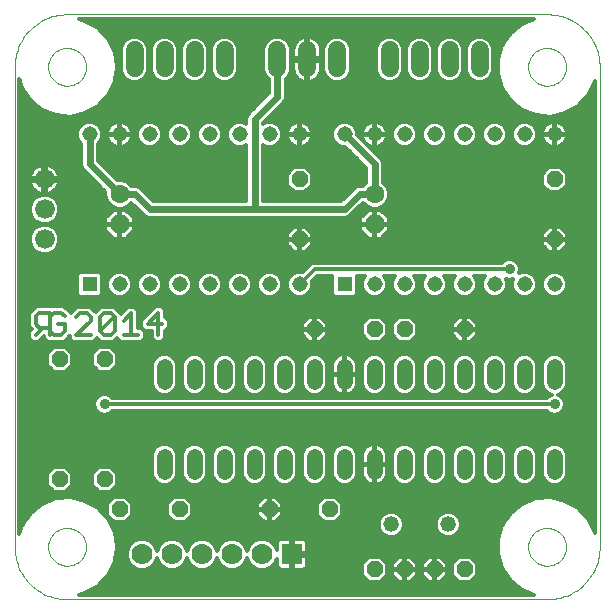
<source format=gtl>
G75*
G70*
%OFA0B0*%
%FSLAX24Y24*%
%IPPOS*%
%LPD*%
%AMOC8*
5,1,8,0,0,1.08239X$1,22.5*
%
%ADD10C,0.0000*%
%ADD11C,0.0520*%
%ADD12R,0.0515X0.0515*%
%ADD13C,0.0515*%
%ADD14C,0.0594*%
%ADD15OC8,0.0520*%
%ADD16OC8,0.0630*%
%ADD17C,0.0630*%
%ADD18C,0.0520*%
%ADD19R,0.0700X0.0700*%
%ADD20C,0.0700*%
%ADD21C,0.0660*%
%ADD22C,0.0120*%
%ADD23C,0.0357*%
%ADD24C,0.0240*%
D10*
X000665Y002415D02*
X000665Y018415D01*
X001785Y018415D02*
X001787Y018465D01*
X001793Y018515D01*
X001803Y018564D01*
X001817Y018612D01*
X001834Y018659D01*
X001855Y018704D01*
X001880Y018748D01*
X001908Y018789D01*
X001940Y018828D01*
X001974Y018865D01*
X002011Y018899D01*
X002051Y018929D01*
X002093Y018956D01*
X002137Y018980D01*
X002183Y019001D01*
X002230Y019017D01*
X002278Y019030D01*
X002328Y019039D01*
X002377Y019044D01*
X002428Y019045D01*
X002478Y019042D01*
X002527Y019035D01*
X002576Y019024D01*
X002624Y019009D01*
X002670Y018991D01*
X002715Y018969D01*
X002758Y018943D01*
X002799Y018914D01*
X002838Y018882D01*
X002874Y018847D01*
X002906Y018809D01*
X002936Y018769D01*
X002963Y018726D01*
X002986Y018682D01*
X003005Y018636D01*
X003021Y018588D01*
X003033Y018539D01*
X003041Y018490D01*
X003045Y018440D01*
X003045Y018390D01*
X003041Y018340D01*
X003033Y018291D01*
X003021Y018242D01*
X003005Y018194D01*
X002986Y018148D01*
X002963Y018104D01*
X002936Y018061D01*
X002906Y018021D01*
X002874Y017983D01*
X002838Y017948D01*
X002799Y017916D01*
X002758Y017887D01*
X002715Y017861D01*
X002670Y017839D01*
X002624Y017821D01*
X002576Y017806D01*
X002527Y017795D01*
X002478Y017788D01*
X002428Y017785D01*
X002377Y017786D01*
X002328Y017791D01*
X002278Y017800D01*
X002230Y017813D01*
X002183Y017829D01*
X002137Y017850D01*
X002093Y017874D01*
X002051Y017901D01*
X002011Y017931D01*
X001974Y017965D01*
X001940Y018002D01*
X001908Y018041D01*
X001880Y018082D01*
X001855Y018126D01*
X001834Y018171D01*
X001817Y018218D01*
X001803Y018266D01*
X001793Y018315D01*
X001787Y018365D01*
X001785Y018415D01*
X000665Y018415D02*
X000667Y018498D01*
X000673Y018581D01*
X000683Y018664D01*
X000697Y018746D01*
X000714Y018828D01*
X000736Y018908D01*
X000761Y018987D01*
X000790Y019065D01*
X000823Y019142D01*
X000860Y019217D01*
X000899Y019290D01*
X000943Y019361D01*
X000989Y019430D01*
X001039Y019497D01*
X001092Y019561D01*
X001148Y019623D01*
X001207Y019682D01*
X001269Y019738D01*
X001333Y019791D01*
X001400Y019841D01*
X001469Y019887D01*
X001540Y019931D01*
X001613Y019970D01*
X001688Y020007D01*
X001765Y020040D01*
X001843Y020069D01*
X001922Y020094D01*
X002002Y020116D01*
X002084Y020133D01*
X002166Y020147D01*
X002249Y020157D01*
X002332Y020163D01*
X002415Y020165D01*
X018415Y020165D01*
X017785Y018415D02*
X017787Y018465D01*
X017793Y018515D01*
X017803Y018564D01*
X017817Y018612D01*
X017834Y018659D01*
X017855Y018704D01*
X017880Y018748D01*
X017908Y018789D01*
X017940Y018828D01*
X017974Y018865D01*
X018011Y018899D01*
X018051Y018929D01*
X018093Y018956D01*
X018137Y018980D01*
X018183Y019001D01*
X018230Y019017D01*
X018278Y019030D01*
X018328Y019039D01*
X018377Y019044D01*
X018428Y019045D01*
X018478Y019042D01*
X018527Y019035D01*
X018576Y019024D01*
X018624Y019009D01*
X018670Y018991D01*
X018715Y018969D01*
X018758Y018943D01*
X018799Y018914D01*
X018838Y018882D01*
X018874Y018847D01*
X018906Y018809D01*
X018936Y018769D01*
X018963Y018726D01*
X018986Y018682D01*
X019005Y018636D01*
X019021Y018588D01*
X019033Y018539D01*
X019041Y018490D01*
X019045Y018440D01*
X019045Y018390D01*
X019041Y018340D01*
X019033Y018291D01*
X019021Y018242D01*
X019005Y018194D01*
X018986Y018148D01*
X018963Y018104D01*
X018936Y018061D01*
X018906Y018021D01*
X018874Y017983D01*
X018838Y017948D01*
X018799Y017916D01*
X018758Y017887D01*
X018715Y017861D01*
X018670Y017839D01*
X018624Y017821D01*
X018576Y017806D01*
X018527Y017795D01*
X018478Y017788D01*
X018428Y017785D01*
X018377Y017786D01*
X018328Y017791D01*
X018278Y017800D01*
X018230Y017813D01*
X018183Y017829D01*
X018137Y017850D01*
X018093Y017874D01*
X018051Y017901D01*
X018011Y017931D01*
X017974Y017965D01*
X017940Y018002D01*
X017908Y018041D01*
X017880Y018082D01*
X017855Y018126D01*
X017834Y018171D01*
X017817Y018218D01*
X017803Y018266D01*
X017793Y018315D01*
X017787Y018365D01*
X017785Y018415D01*
X018415Y020165D02*
X018498Y020163D01*
X018581Y020157D01*
X018664Y020147D01*
X018746Y020133D01*
X018828Y020116D01*
X018908Y020094D01*
X018987Y020069D01*
X019065Y020040D01*
X019142Y020007D01*
X019217Y019970D01*
X019290Y019931D01*
X019361Y019887D01*
X019430Y019841D01*
X019497Y019791D01*
X019561Y019738D01*
X019623Y019682D01*
X019682Y019623D01*
X019738Y019561D01*
X019791Y019497D01*
X019841Y019430D01*
X019887Y019361D01*
X019931Y019290D01*
X019970Y019217D01*
X020007Y019142D01*
X020040Y019065D01*
X020069Y018987D01*
X020094Y018908D01*
X020116Y018828D01*
X020133Y018746D01*
X020147Y018664D01*
X020157Y018581D01*
X020163Y018498D01*
X020165Y018415D01*
X020165Y002415D01*
X017785Y002415D02*
X017787Y002465D01*
X017793Y002515D01*
X017803Y002564D01*
X017817Y002612D01*
X017834Y002659D01*
X017855Y002704D01*
X017880Y002748D01*
X017908Y002789D01*
X017940Y002828D01*
X017974Y002865D01*
X018011Y002899D01*
X018051Y002929D01*
X018093Y002956D01*
X018137Y002980D01*
X018183Y003001D01*
X018230Y003017D01*
X018278Y003030D01*
X018328Y003039D01*
X018377Y003044D01*
X018428Y003045D01*
X018478Y003042D01*
X018527Y003035D01*
X018576Y003024D01*
X018624Y003009D01*
X018670Y002991D01*
X018715Y002969D01*
X018758Y002943D01*
X018799Y002914D01*
X018838Y002882D01*
X018874Y002847D01*
X018906Y002809D01*
X018936Y002769D01*
X018963Y002726D01*
X018986Y002682D01*
X019005Y002636D01*
X019021Y002588D01*
X019033Y002539D01*
X019041Y002490D01*
X019045Y002440D01*
X019045Y002390D01*
X019041Y002340D01*
X019033Y002291D01*
X019021Y002242D01*
X019005Y002194D01*
X018986Y002148D01*
X018963Y002104D01*
X018936Y002061D01*
X018906Y002021D01*
X018874Y001983D01*
X018838Y001948D01*
X018799Y001916D01*
X018758Y001887D01*
X018715Y001861D01*
X018670Y001839D01*
X018624Y001821D01*
X018576Y001806D01*
X018527Y001795D01*
X018478Y001788D01*
X018428Y001785D01*
X018377Y001786D01*
X018328Y001791D01*
X018278Y001800D01*
X018230Y001813D01*
X018183Y001829D01*
X018137Y001850D01*
X018093Y001874D01*
X018051Y001901D01*
X018011Y001931D01*
X017974Y001965D01*
X017940Y002002D01*
X017908Y002041D01*
X017880Y002082D01*
X017855Y002126D01*
X017834Y002171D01*
X017817Y002218D01*
X017803Y002266D01*
X017793Y002315D01*
X017787Y002365D01*
X017785Y002415D01*
X018415Y000665D02*
X018498Y000667D01*
X018581Y000673D01*
X018664Y000683D01*
X018746Y000697D01*
X018828Y000714D01*
X018908Y000736D01*
X018987Y000761D01*
X019065Y000790D01*
X019142Y000823D01*
X019217Y000860D01*
X019290Y000899D01*
X019361Y000943D01*
X019430Y000989D01*
X019497Y001039D01*
X019561Y001092D01*
X019623Y001148D01*
X019682Y001207D01*
X019738Y001269D01*
X019791Y001333D01*
X019841Y001400D01*
X019887Y001469D01*
X019931Y001540D01*
X019970Y001613D01*
X020007Y001688D01*
X020040Y001765D01*
X020069Y001843D01*
X020094Y001922D01*
X020116Y002002D01*
X020133Y002084D01*
X020147Y002166D01*
X020157Y002249D01*
X020163Y002332D01*
X020165Y002415D01*
X018415Y000665D02*
X002415Y000665D01*
X001785Y002415D02*
X001787Y002465D01*
X001793Y002515D01*
X001803Y002564D01*
X001817Y002612D01*
X001834Y002659D01*
X001855Y002704D01*
X001880Y002748D01*
X001908Y002789D01*
X001940Y002828D01*
X001974Y002865D01*
X002011Y002899D01*
X002051Y002929D01*
X002093Y002956D01*
X002137Y002980D01*
X002183Y003001D01*
X002230Y003017D01*
X002278Y003030D01*
X002328Y003039D01*
X002377Y003044D01*
X002428Y003045D01*
X002478Y003042D01*
X002527Y003035D01*
X002576Y003024D01*
X002624Y003009D01*
X002670Y002991D01*
X002715Y002969D01*
X002758Y002943D01*
X002799Y002914D01*
X002838Y002882D01*
X002874Y002847D01*
X002906Y002809D01*
X002936Y002769D01*
X002963Y002726D01*
X002986Y002682D01*
X003005Y002636D01*
X003021Y002588D01*
X003033Y002539D01*
X003041Y002490D01*
X003045Y002440D01*
X003045Y002390D01*
X003041Y002340D01*
X003033Y002291D01*
X003021Y002242D01*
X003005Y002194D01*
X002986Y002148D01*
X002963Y002104D01*
X002936Y002061D01*
X002906Y002021D01*
X002874Y001983D01*
X002838Y001948D01*
X002799Y001916D01*
X002758Y001887D01*
X002715Y001861D01*
X002670Y001839D01*
X002624Y001821D01*
X002576Y001806D01*
X002527Y001795D01*
X002478Y001788D01*
X002428Y001785D01*
X002377Y001786D01*
X002328Y001791D01*
X002278Y001800D01*
X002230Y001813D01*
X002183Y001829D01*
X002137Y001850D01*
X002093Y001874D01*
X002051Y001901D01*
X002011Y001931D01*
X001974Y001965D01*
X001940Y002002D01*
X001908Y002041D01*
X001880Y002082D01*
X001855Y002126D01*
X001834Y002171D01*
X001817Y002218D01*
X001803Y002266D01*
X001793Y002315D01*
X001787Y002365D01*
X001785Y002415D01*
X000665Y002415D02*
X000667Y002332D01*
X000673Y002249D01*
X000683Y002166D01*
X000697Y002084D01*
X000714Y002002D01*
X000736Y001922D01*
X000761Y001843D01*
X000790Y001765D01*
X000823Y001688D01*
X000860Y001613D01*
X000899Y001540D01*
X000943Y001469D01*
X000989Y001400D01*
X001039Y001333D01*
X001092Y001269D01*
X001148Y001207D01*
X001207Y001148D01*
X001269Y001092D01*
X001333Y001039D01*
X001400Y000989D01*
X001469Y000943D01*
X001540Y000899D01*
X001613Y000860D01*
X001688Y000823D01*
X001765Y000790D01*
X001843Y000761D01*
X001922Y000736D01*
X002002Y000714D01*
X002084Y000697D01*
X002166Y000683D01*
X002249Y000673D01*
X002332Y000667D01*
X002415Y000665D01*
D11*
X005665Y004905D02*
X005665Y005425D01*
X006665Y005425D02*
X006665Y004905D01*
X007665Y004905D02*
X007665Y005425D01*
X008665Y005425D02*
X008665Y004905D01*
X009665Y004905D02*
X009665Y005425D01*
X010665Y005425D02*
X010665Y004905D01*
X011665Y004905D02*
X011665Y005425D01*
X012665Y005425D02*
X012665Y004905D01*
X013665Y004905D02*
X013665Y005425D01*
X014665Y005425D02*
X014665Y004905D01*
X015665Y004905D02*
X015665Y005425D01*
X016665Y005425D02*
X016665Y004905D01*
X017665Y004905D02*
X017665Y005425D01*
X018665Y005425D02*
X018665Y004905D01*
X018665Y007905D02*
X018665Y008425D01*
X017665Y008425D02*
X017665Y007905D01*
X016665Y007905D02*
X016665Y008425D01*
X015665Y008425D02*
X015665Y007905D01*
X014665Y007905D02*
X014665Y008425D01*
X013665Y008425D02*
X013665Y007905D01*
X012665Y007905D02*
X012665Y008425D01*
X011665Y008425D02*
X011665Y007905D01*
X010665Y007905D02*
X010665Y008425D01*
X009665Y008425D02*
X009665Y007905D01*
X008665Y007905D02*
X008665Y008425D01*
X007665Y008425D02*
X007665Y007905D01*
X006665Y007905D02*
X006665Y008425D01*
X005665Y008425D02*
X005665Y007905D01*
D12*
X003165Y011165D03*
X011665Y011165D03*
D13*
X012665Y011165D03*
X013665Y011165D03*
X014665Y011165D03*
X015665Y011165D03*
X016665Y011165D03*
X017665Y011165D03*
X018665Y011165D03*
X018665Y016165D03*
X017665Y016165D03*
X016665Y016165D03*
X015665Y016165D03*
X014665Y016165D03*
X013665Y016165D03*
X012665Y016165D03*
X011665Y016165D03*
X010165Y016165D03*
X009165Y016165D03*
X008165Y016165D03*
X007165Y016165D03*
X006165Y016165D03*
X005165Y016165D03*
X004165Y016165D03*
X003165Y016165D03*
X004165Y011165D03*
X005165Y011165D03*
X006165Y011165D03*
X007165Y011165D03*
X008165Y011165D03*
X009165Y011165D03*
X010165Y011165D03*
D14*
X010415Y018368D02*
X010415Y018962D01*
X009415Y018962D02*
X009415Y018368D01*
X007665Y018368D02*
X007665Y018962D01*
X006665Y018962D02*
X006665Y018368D01*
X005665Y018368D02*
X005665Y018962D01*
X004665Y018962D02*
X004665Y018368D01*
X011415Y018368D02*
X011415Y018962D01*
X013165Y018962D02*
X013165Y018368D01*
X014165Y018368D02*
X014165Y018962D01*
X015165Y018962D02*
X015165Y018368D01*
X016165Y018368D02*
X016165Y018962D01*
D15*
X018665Y014665D03*
X018665Y012665D03*
X015665Y009665D03*
X013665Y009665D03*
X012665Y009665D03*
X010665Y009665D03*
X010165Y012665D03*
X010165Y014665D03*
X003665Y008665D03*
X002165Y008665D03*
X002165Y004665D03*
X003665Y004665D03*
X004165Y003665D03*
X006165Y003665D03*
X009165Y003665D03*
X011165Y003665D03*
X012665Y001665D03*
X013665Y001665D03*
X014665Y001665D03*
X015665Y001665D03*
D16*
X012665Y013165D03*
X004165Y013165D03*
D17*
X004165Y014165D03*
X012665Y014165D03*
D18*
X013215Y003165D03*
X015115Y003165D03*
D19*
X009915Y002165D03*
D20*
X008915Y002165D03*
X007915Y002165D03*
X006915Y002165D03*
X005915Y002165D03*
X004915Y002165D03*
D21*
X001665Y012665D03*
X001665Y013665D03*
X001665Y014665D03*
D22*
X001626Y014653D02*
X000825Y014653D01*
X000825Y014535D02*
X001192Y014535D01*
X001187Y014550D02*
X001211Y014477D01*
X001246Y014408D01*
X001291Y014346D01*
X001346Y014291D01*
X001408Y014246D01*
X001477Y014211D01*
X001550Y014187D01*
X001627Y014175D01*
X001627Y014626D01*
X001704Y014626D01*
X001704Y014175D01*
X001780Y014187D01*
X001853Y014211D01*
X001922Y014246D01*
X001984Y014291D01*
X002039Y014346D01*
X002084Y014408D01*
X002119Y014477D01*
X002143Y014550D01*
X002155Y014627D01*
X001704Y014627D01*
X001704Y014704D01*
X001627Y014704D01*
X001627Y015155D01*
X001627Y015155D01*
X001550Y015143D01*
X001477Y015119D01*
X001408Y015084D01*
X001346Y015039D01*
X001291Y014984D01*
X001246Y014922D01*
X001211Y014853D01*
X001187Y014780D01*
X001175Y014704D01*
X001175Y014704D01*
X001626Y014704D01*
X001626Y014627D01*
X001175Y014627D01*
X001175Y014627D01*
X001187Y014550D01*
X001242Y014416D02*
X000825Y014416D01*
X000825Y014298D02*
X001340Y014298D01*
X001388Y014081D02*
X001250Y013943D01*
X001175Y013763D01*
X001175Y013568D01*
X001250Y013388D01*
X001388Y013250D01*
X001568Y013175D01*
X001763Y013175D01*
X001943Y013250D01*
X002081Y013388D01*
X002155Y013568D01*
X002155Y013763D01*
X002081Y013943D01*
X001943Y014081D01*
X001763Y014155D01*
X001568Y014155D01*
X001388Y014081D01*
X001368Y014061D02*
X000825Y014061D01*
X000825Y014179D02*
X001602Y014179D01*
X001627Y014179D02*
X001704Y014179D01*
X001704Y014175D02*
X001704Y014175D01*
X001729Y014179D02*
X003690Y014179D01*
X003690Y014244D02*
X003690Y014071D01*
X003763Y013896D01*
X003896Y013763D01*
X004071Y013690D01*
X004260Y013690D01*
X004434Y013763D01*
X004553Y013881D01*
X004928Y013507D01*
X005007Y013428D01*
X005109Y013385D01*
X008609Y013385D01*
X011609Y013385D01*
X011721Y013385D01*
X011824Y013428D01*
X012277Y013881D01*
X012396Y013763D01*
X012571Y013690D01*
X012760Y013690D01*
X012934Y013763D01*
X013068Y013896D01*
X013140Y014071D01*
X013140Y014260D01*
X013068Y014434D01*
X012945Y014557D01*
X012945Y015109D01*
X012945Y015221D01*
X012903Y015324D01*
X012083Y016144D01*
X012083Y016248D01*
X012019Y016402D01*
X011902Y016519D01*
X011748Y016583D01*
X011582Y016583D01*
X011429Y016519D01*
X011311Y016402D01*
X011248Y016248D01*
X011248Y016082D01*
X011311Y015929D01*
X011429Y015811D01*
X011582Y015748D01*
X011687Y015748D01*
X012385Y015049D01*
X012385Y014557D01*
X012273Y014445D01*
X012109Y014445D01*
X012007Y014403D01*
X011928Y014324D01*
X011549Y013945D01*
X008945Y013945D01*
X008945Y015804D01*
X009082Y015748D01*
X009248Y015748D01*
X009402Y015811D01*
X009519Y015929D01*
X009583Y016082D01*
X009583Y016248D01*
X009519Y016402D01*
X009402Y016519D01*
X009248Y016583D01*
X009082Y016583D01*
X008945Y016526D01*
X008945Y016549D01*
X009653Y017257D01*
X009695Y017359D01*
X009695Y017471D01*
X009695Y018002D01*
X009802Y018110D01*
X009872Y018277D01*
X009872Y019053D01*
X009802Y019221D01*
X009674Y019349D01*
X009506Y019419D01*
X009324Y019419D01*
X009156Y019349D01*
X009028Y019221D01*
X008958Y019053D01*
X008958Y018277D01*
X009028Y018110D01*
X009135Y018002D01*
X009135Y017531D01*
X008507Y016903D01*
X008507Y016903D01*
X008428Y016824D01*
X008385Y016721D01*
X008385Y016526D01*
X008248Y016583D01*
X008082Y016583D01*
X007929Y016519D01*
X007811Y016402D01*
X007748Y016248D01*
X007748Y016082D01*
X007811Y015929D01*
X007929Y015811D01*
X008082Y015748D01*
X008248Y015748D01*
X008385Y015804D01*
X008385Y013945D01*
X005281Y013945D01*
X004824Y014403D01*
X004721Y014445D01*
X004609Y014445D01*
X004557Y014445D01*
X004434Y014568D01*
X004260Y014640D01*
X004086Y014640D01*
X003445Y015281D01*
X003445Y015855D01*
X003519Y015929D01*
X003583Y016082D01*
X003583Y016248D01*
X003519Y016402D01*
X003402Y016519D01*
X003248Y016583D01*
X003082Y016583D01*
X002929Y016519D01*
X002811Y016402D01*
X002748Y016248D01*
X002748Y016082D01*
X002811Y015929D01*
X002885Y015855D01*
X002885Y015221D01*
X002885Y015109D01*
X002928Y015007D01*
X003690Y014244D01*
X003637Y014298D02*
X001991Y014298D01*
X002088Y014416D02*
X003518Y014416D01*
X003400Y014535D02*
X002138Y014535D01*
X002155Y014627D02*
X002155Y014627D01*
X002155Y014704D02*
X002155Y014704D01*
X002143Y014780D01*
X002119Y014853D01*
X002084Y014922D01*
X002039Y014984D01*
X001984Y015039D01*
X001922Y015084D01*
X001853Y015119D01*
X001780Y015143D01*
X001704Y015155D01*
X001704Y015155D01*
X001704Y014704D01*
X002155Y014704D01*
X002144Y014772D02*
X003163Y014772D01*
X003281Y014653D02*
X001704Y014653D01*
X001704Y014535D02*
X001627Y014535D01*
X001627Y014416D02*
X001704Y014416D01*
X001704Y014298D02*
X001627Y014298D01*
X001627Y014175D02*
X001627Y014175D01*
X001963Y014061D02*
X003694Y014061D01*
X003743Y013942D02*
X002081Y013942D01*
X002130Y013824D02*
X003835Y013824D01*
X003968Y013640D02*
X003690Y013362D01*
X003690Y013185D01*
X004145Y013185D01*
X004145Y013145D01*
X003690Y013145D01*
X003690Y012968D01*
X003968Y012690D01*
X004145Y012690D01*
X004145Y013145D01*
X004185Y013145D01*
X004185Y012690D01*
X004362Y012690D01*
X004640Y012968D01*
X004640Y013145D01*
X004185Y013145D01*
X004185Y013185D01*
X004145Y013185D01*
X004145Y013640D01*
X003968Y013640D01*
X003915Y013586D02*
X002155Y013586D01*
X002155Y013705D02*
X004035Y013705D01*
X004145Y013586D02*
X004185Y013586D01*
X004185Y013640D02*
X004185Y013185D01*
X004640Y013185D01*
X004640Y013362D01*
X004362Y013640D01*
X004185Y013640D01*
X004295Y013705D02*
X004729Y013705D01*
X004611Y013824D02*
X004495Y013824D01*
X004416Y013586D02*
X004848Y013586D01*
X004967Y013468D02*
X004534Y013468D01*
X004640Y013349D02*
X012190Y013349D01*
X012190Y013362D02*
X012190Y013185D01*
X012645Y013185D01*
X012645Y013145D01*
X012190Y013145D01*
X012190Y012968D01*
X012468Y012690D01*
X012645Y012690D01*
X012645Y013145D01*
X012685Y013145D01*
X012685Y012690D01*
X012862Y012690D01*
X013140Y012968D01*
X013140Y013145D01*
X012685Y013145D01*
X012685Y013185D01*
X012645Y013185D01*
X012645Y013640D01*
X012468Y013640D01*
X012190Y013362D01*
X012190Y013231D02*
X004640Y013231D01*
X004640Y013112D02*
X012190Y013112D01*
X012190Y012994D02*
X010431Y012994D01*
X010339Y013085D02*
X010585Y012839D01*
X010585Y012685D01*
X010185Y012685D01*
X010145Y012685D01*
X010145Y012645D01*
X009745Y012645D01*
X009745Y012491D01*
X009991Y012245D01*
X010145Y012245D01*
X010145Y012645D01*
X010185Y012645D01*
X010185Y012245D01*
X010339Y012245D01*
X010585Y012491D01*
X010585Y012645D01*
X010185Y012645D01*
X010185Y012685D01*
X010185Y013085D01*
X010339Y013085D01*
X010185Y012994D02*
X010145Y012994D01*
X010145Y013085D02*
X009991Y013085D01*
X009745Y012839D01*
X009745Y012685D01*
X010145Y012685D01*
X010145Y013085D01*
X010145Y012875D02*
X010185Y012875D01*
X010185Y012757D02*
X010145Y012757D01*
X010145Y012638D02*
X010185Y012638D01*
X010185Y012520D02*
X010145Y012520D01*
X010145Y012401D02*
X010185Y012401D01*
X010185Y012282D02*
X010145Y012282D01*
X009954Y012282D02*
X001975Y012282D01*
X001943Y012250D02*
X002081Y012388D01*
X002155Y012568D01*
X002155Y012763D01*
X002081Y012943D01*
X001943Y013081D01*
X001763Y013155D01*
X001568Y013155D01*
X001388Y013081D01*
X001250Y012943D01*
X001175Y012763D01*
X001175Y012568D01*
X001250Y012388D01*
X001388Y012250D01*
X001568Y012175D01*
X001763Y012175D01*
X001943Y012250D01*
X002086Y012401D02*
X009835Y012401D01*
X009745Y012520D02*
X002135Y012520D01*
X002155Y012638D02*
X009745Y012638D01*
X009745Y012757D02*
X004428Y012757D01*
X004547Y012875D02*
X009781Y012875D01*
X009900Y012994D02*
X004640Y012994D01*
X004185Y012994D02*
X004145Y012994D01*
X004145Y013112D02*
X004185Y013112D01*
X004185Y013231D02*
X004145Y013231D01*
X004145Y013349D02*
X004185Y013349D01*
X004185Y013468D02*
X004145Y013468D01*
X003796Y013468D02*
X002114Y013468D01*
X002042Y013349D02*
X003690Y013349D01*
X003690Y013231D02*
X001897Y013231D01*
X001866Y013112D02*
X003690Y013112D01*
X003690Y012994D02*
X002030Y012994D01*
X002109Y012875D02*
X003783Y012875D01*
X003902Y012757D02*
X002155Y012757D01*
X001464Y013112D02*
X000825Y013112D01*
X000825Y012994D02*
X001301Y012994D01*
X001222Y012875D02*
X000825Y012875D01*
X000825Y012757D02*
X001175Y012757D01*
X001175Y012638D02*
X000825Y012638D01*
X000825Y012520D02*
X001195Y012520D01*
X001244Y012401D02*
X000825Y012401D01*
X000825Y012282D02*
X001355Y012282D01*
X000825Y012164D02*
X020005Y012164D01*
X020005Y012282D02*
X018876Y012282D01*
X018839Y012245D02*
X019085Y012491D01*
X019085Y012645D01*
X018685Y012645D01*
X018685Y012245D01*
X018839Y012245D01*
X018685Y012282D02*
X018645Y012282D01*
X018645Y012245D02*
X018645Y012645D01*
X018245Y012645D01*
X018245Y012491D01*
X018491Y012245D01*
X018645Y012245D01*
X018645Y012401D02*
X018685Y012401D01*
X018685Y012520D02*
X018645Y012520D01*
X018645Y012638D02*
X018685Y012638D01*
X018685Y012645D02*
X018645Y012645D01*
X018645Y012685D01*
X018245Y012685D01*
X018245Y012839D01*
X018491Y013085D01*
X018645Y013085D01*
X018645Y012685D01*
X018685Y012685D01*
X018685Y013085D01*
X018839Y013085D01*
X019085Y012839D01*
X019085Y012685D01*
X018685Y012685D01*
X018685Y012645D01*
X018685Y012757D02*
X018645Y012757D01*
X018645Y012875D02*
X018685Y012875D01*
X018685Y012994D02*
X018645Y012994D01*
X018400Y012994D02*
X013140Y012994D01*
X013140Y013112D02*
X020005Y013112D01*
X020005Y012994D02*
X018931Y012994D01*
X019049Y012875D02*
X020005Y012875D01*
X020005Y012757D02*
X019085Y012757D01*
X019085Y012638D02*
X020005Y012638D01*
X020005Y012520D02*
X019085Y012520D01*
X018995Y012401D02*
X020005Y012401D01*
X020005Y012045D02*
X000825Y012045D01*
X000825Y011927D02*
X016948Y011927D01*
X016973Y011952D02*
X016907Y011885D01*
X010756Y011885D01*
X010574Y011885D01*
X010265Y011576D01*
X010248Y011583D01*
X010082Y011583D01*
X009929Y011519D01*
X009811Y011402D01*
X009748Y011248D01*
X009748Y011082D01*
X009811Y010929D01*
X009929Y010811D01*
X010082Y010748D01*
X010248Y010748D01*
X010402Y010811D01*
X010519Y010929D01*
X010583Y011082D01*
X010583Y011248D01*
X010576Y011265D01*
X010756Y011445D01*
X011248Y011445D01*
X011248Y010841D01*
X011341Y010748D01*
X011989Y010748D01*
X012083Y010841D01*
X012083Y011445D01*
X012355Y011445D01*
X012311Y011402D01*
X012248Y011248D01*
X012248Y011082D01*
X012311Y010929D01*
X012429Y010811D01*
X012582Y010748D01*
X012748Y010748D01*
X012902Y010811D01*
X013019Y010929D01*
X013083Y011082D01*
X013083Y011248D01*
X013019Y011402D01*
X012976Y011445D01*
X013355Y011445D01*
X013311Y011402D01*
X013248Y011248D01*
X013248Y011082D01*
X013311Y010929D01*
X013429Y010811D01*
X013582Y010748D01*
X013748Y010748D01*
X013902Y010811D01*
X014019Y010929D01*
X014083Y011082D01*
X014083Y011248D01*
X014019Y011402D01*
X013976Y011445D01*
X014355Y011445D01*
X014311Y011402D01*
X014248Y011248D01*
X014248Y011082D01*
X014311Y010929D01*
X014429Y010811D01*
X014582Y010748D01*
X014748Y010748D01*
X014902Y010811D01*
X015019Y010929D01*
X015083Y011082D01*
X015083Y011248D01*
X015019Y011402D01*
X014976Y011445D01*
X015355Y011445D01*
X015311Y011402D01*
X015248Y011248D01*
X015248Y011082D01*
X015311Y010929D01*
X015429Y010811D01*
X015582Y010748D01*
X015748Y010748D01*
X015902Y010811D01*
X016019Y010929D01*
X016083Y011082D01*
X016083Y011248D01*
X016019Y011402D01*
X015976Y011445D01*
X016355Y011445D01*
X016311Y011402D01*
X016248Y011248D01*
X016248Y011082D01*
X016311Y010929D01*
X016429Y010811D01*
X016582Y010748D01*
X016748Y010748D01*
X016902Y010811D01*
X017019Y010929D01*
X017083Y011082D01*
X017083Y011248D01*
X017040Y011351D01*
X017098Y011327D01*
X017233Y011327D01*
X017290Y011351D01*
X017248Y011248D01*
X017248Y011082D01*
X017311Y010929D01*
X017429Y010811D01*
X017582Y010748D01*
X017748Y010748D01*
X017902Y010811D01*
X018019Y010929D01*
X018083Y011082D01*
X018083Y011248D01*
X018019Y011402D01*
X017902Y011519D01*
X017748Y011583D01*
X017582Y011583D01*
X017480Y011540D01*
X017504Y011598D01*
X017504Y011733D01*
X017452Y011857D01*
X017357Y011952D01*
X017233Y012004D01*
X017098Y012004D01*
X016973Y011952D01*
X017165Y011665D02*
X010665Y011665D01*
X010165Y011165D01*
X009880Y010860D02*
X009450Y010860D01*
X009402Y010811D02*
X009519Y010929D01*
X009583Y011082D01*
X009583Y011248D01*
X009519Y011402D01*
X009402Y011519D01*
X009248Y011583D01*
X009082Y011583D01*
X008929Y011519D01*
X008811Y011402D01*
X008748Y011248D01*
X008748Y011082D01*
X008811Y010929D01*
X008929Y010811D01*
X009082Y010748D01*
X009248Y010748D01*
X009402Y010811D01*
X009540Y010978D02*
X009791Y010978D01*
X009748Y011097D02*
X009583Y011097D01*
X009583Y011216D02*
X009748Y011216D01*
X009783Y011334D02*
X009547Y011334D01*
X009468Y011453D02*
X009862Y011453D01*
X010054Y011571D02*
X009276Y011571D01*
X009054Y011571D02*
X008276Y011571D01*
X008248Y011583D02*
X008082Y011583D01*
X007929Y011519D01*
X007811Y011402D01*
X007748Y011248D01*
X007748Y011082D01*
X007811Y010929D01*
X007929Y010811D01*
X008082Y010748D01*
X008248Y010748D01*
X008402Y010811D01*
X008519Y010929D01*
X008583Y011082D01*
X008583Y011248D01*
X008519Y011402D01*
X008402Y011519D01*
X008248Y011583D01*
X008054Y011571D02*
X007276Y011571D01*
X007248Y011583D02*
X007082Y011583D01*
X006929Y011519D01*
X006811Y011402D01*
X006748Y011248D01*
X006748Y011082D01*
X006811Y010929D01*
X006929Y010811D01*
X007082Y010748D01*
X007248Y010748D01*
X007402Y010811D01*
X007519Y010929D01*
X007583Y011082D01*
X007583Y011248D01*
X007519Y011402D01*
X007402Y011519D01*
X007248Y011583D01*
X007054Y011571D02*
X006276Y011571D01*
X006248Y011583D02*
X006402Y011519D01*
X006519Y011402D01*
X006583Y011248D01*
X006583Y011082D01*
X006519Y010929D01*
X006402Y010811D01*
X006248Y010748D01*
X006082Y010748D01*
X005929Y010811D01*
X005811Y010929D01*
X005748Y011082D01*
X005748Y011248D01*
X005811Y011402D01*
X005929Y011519D01*
X006082Y011583D01*
X006248Y011583D01*
X006054Y011571D02*
X005276Y011571D01*
X005248Y011583D02*
X005082Y011583D01*
X004929Y011519D01*
X004811Y011402D01*
X004748Y011248D01*
X004748Y011082D01*
X004811Y010929D01*
X004929Y010811D01*
X005082Y010748D01*
X005248Y010748D01*
X005402Y010811D01*
X005519Y010929D01*
X005583Y011082D01*
X005583Y011248D01*
X005519Y011402D01*
X005402Y011519D01*
X005248Y011583D01*
X005054Y011571D02*
X004276Y011571D01*
X004248Y011583D02*
X004082Y011583D01*
X003929Y011519D01*
X003811Y011402D01*
X003748Y011248D01*
X003748Y011082D01*
X003811Y010929D01*
X003929Y010811D01*
X004082Y010748D01*
X004248Y010748D01*
X004402Y010811D01*
X004519Y010929D01*
X004583Y011082D01*
X004583Y011248D01*
X004519Y011402D01*
X004402Y011519D01*
X004248Y011583D01*
X004054Y011571D02*
X003500Y011571D01*
X003489Y011583D02*
X003583Y011489D01*
X003583Y010841D01*
X003489Y010748D01*
X002841Y010748D01*
X002748Y010841D01*
X002748Y011489D01*
X002841Y011583D01*
X003489Y011583D01*
X003583Y011453D02*
X003862Y011453D01*
X003783Y011334D02*
X003583Y011334D01*
X003583Y011216D02*
X003748Y011216D01*
X003748Y011097D02*
X003583Y011097D01*
X003583Y010978D02*
X003791Y010978D01*
X003880Y010860D02*
X003583Y010860D01*
X003176Y010425D02*
X002994Y010425D01*
X002754Y010425D01*
X002625Y010296D01*
X002535Y010206D01*
X002306Y010435D01*
X002124Y010435D01*
X001946Y010435D01*
X001576Y010435D01*
X001394Y010435D01*
X001274Y010315D01*
X001145Y010186D01*
X001145Y009936D01*
X001145Y009754D01*
X001238Y009661D01*
X001143Y009562D01*
X001147Y009380D01*
X001279Y009253D01*
X001461Y009257D01*
X001635Y009439D01*
X001635Y009384D01*
X001764Y009255D01*
X001946Y009255D01*
X002066Y009255D01*
X002139Y009255D01*
X002143Y009252D01*
X002230Y009255D01*
X002316Y009255D01*
X002320Y009259D01*
X002325Y009259D01*
X002384Y009323D01*
X002445Y009384D01*
X002445Y009389D01*
X002495Y009443D01*
X002494Y009386D01*
X002495Y009385D01*
X002495Y009384D01*
X002558Y009321D01*
X002622Y009256D01*
X002623Y009256D01*
X002624Y009255D01*
X002713Y009255D01*
X002804Y009254D01*
X002805Y009255D01*
X003296Y009255D01*
X003420Y009379D01*
X003544Y009255D01*
X003726Y009255D01*
X003784Y009255D01*
X003966Y009255D01*
X004086Y009375D01*
X004089Y009378D01*
X004212Y009255D01*
X004879Y009255D01*
X005008Y009384D01*
X005008Y009566D01*
X004879Y009695D01*
X004768Y009695D01*
X004768Y010279D01*
X004768Y010286D01*
X004639Y010415D01*
X004457Y010415D01*
X004211Y010170D01*
X004095Y010286D01*
X003966Y010415D01*
X003726Y010415D01*
X003544Y010415D01*
X003424Y010295D01*
X003365Y010236D01*
X003176Y010425D01*
X003216Y010386D02*
X003515Y010386D01*
X003396Y010267D02*
X003334Y010267D01*
X003205Y010085D02*
X003085Y010205D01*
X002845Y010205D01*
X002715Y010075D01*
X002596Y010267D02*
X002474Y010267D01*
X002356Y010386D02*
X002715Y010386D01*
X002335Y010095D02*
X002215Y010215D01*
X001975Y010215D01*
X001855Y010095D01*
X001855Y010215D01*
X001485Y010215D01*
X001365Y010095D01*
X001365Y009845D01*
X001485Y009725D01*
X001605Y009725D01*
X001365Y009475D01*
X001210Y009319D02*
X000825Y009319D01*
X000825Y009437D02*
X001146Y009437D01*
X001144Y009556D02*
X000825Y009556D01*
X000825Y009674D02*
X001225Y009674D01*
X001145Y009793D02*
X000825Y009793D01*
X000825Y009912D02*
X001145Y009912D01*
X001145Y010030D02*
X000825Y010030D01*
X000825Y010149D02*
X001145Y010149D01*
X001226Y010267D02*
X000825Y010267D01*
X000825Y010386D02*
X001345Y010386D01*
X001855Y010095D02*
X001855Y009725D01*
X001605Y009725D01*
X001855Y009725D02*
X001855Y009595D01*
X001855Y009475D01*
X001975Y009475D02*
X001855Y009595D01*
X001975Y009475D02*
X002225Y009475D01*
X002345Y009605D01*
X002345Y009845D01*
X002095Y009845D01*
X002490Y009437D02*
X002495Y009437D01*
X002560Y009319D02*
X002380Y009319D01*
X002339Y009085D02*
X001991Y009085D01*
X001745Y008839D01*
X001745Y008491D01*
X001991Y008245D01*
X002339Y008245D01*
X002585Y008491D01*
X002585Y008839D01*
X002339Y009085D01*
X002343Y009082D02*
X003488Y009082D01*
X003491Y009085D02*
X003245Y008839D01*
X003245Y008491D01*
X003491Y008245D01*
X003839Y008245D01*
X004085Y008491D01*
X004085Y008839D01*
X003839Y009085D01*
X003491Y009085D01*
X003369Y008963D02*
X002461Y008963D01*
X002580Y008845D02*
X003251Y008845D01*
X003245Y008726D02*
X002585Y008726D01*
X002585Y008608D02*
X003245Y008608D01*
X003247Y008489D02*
X002583Y008489D01*
X002464Y008371D02*
X003366Y008371D01*
X003484Y008252D02*
X002346Y008252D01*
X001984Y008252D02*
X000825Y008252D01*
X000825Y008371D02*
X001866Y008371D01*
X001747Y008489D02*
X000825Y008489D01*
X000825Y008608D02*
X001745Y008608D01*
X001745Y008726D02*
X000825Y008726D01*
X000825Y008845D02*
X001751Y008845D01*
X001869Y008963D02*
X000825Y008963D01*
X000825Y009082D02*
X001988Y009082D01*
X001700Y009319D02*
X001520Y009319D01*
X001634Y009437D02*
X001635Y009437D01*
X000825Y009200D02*
X020005Y009200D01*
X020005Y009082D02*
X003843Y009082D01*
X003961Y008963D02*
X020005Y008963D01*
X020005Y008845D02*
X018750Y008845D01*
X018749Y008845D02*
X018582Y008845D01*
X018427Y008781D01*
X018309Y008663D01*
X018245Y008509D01*
X018245Y007822D01*
X018309Y007667D01*
X018427Y007549D01*
X018568Y007491D01*
X018473Y007452D01*
X018407Y007385D01*
X003924Y007385D01*
X003857Y007452D01*
X003733Y007504D01*
X003598Y007504D01*
X003473Y007452D01*
X003378Y007357D01*
X003327Y007233D01*
X003327Y007098D01*
X003378Y006973D01*
X003473Y006878D01*
X003598Y006827D01*
X003733Y006827D01*
X003857Y006878D01*
X003924Y006945D01*
X018407Y006945D01*
X018473Y006878D01*
X018598Y006827D01*
X018733Y006827D01*
X018857Y006878D01*
X018952Y006973D01*
X019004Y007098D01*
X019004Y007233D01*
X018952Y007357D01*
X018857Y007452D01*
X018763Y007491D01*
X018903Y007549D01*
X019021Y007667D01*
X019085Y007822D01*
X019085Y008509D01*
X019021Y008663D01*
X018903Y008781D01*
X018749Y008845D01*
X018581Y008845D02*
X017750Y008845D01*
X017749Y008845D02*
X017582Y008845D01*
X017427Y008781D01*
X017309Y008663D01*
X017245Y008509D01*
X017245Y007822D01*
X017309Y007667D01*
X017427Y007549D01*
X017582Y007485D01*
X017749Y007485D01*
X017903Y007549D01*
X018021Y007667D01*
X018085Y007822D01*
X018085Y008509D01*
X018021Y008663D01*
X017903Y008781D01*
X017749Y008845D01*
X017581Y008845D02*
X016750Y008845D01*
X016749Y008845D02*
X016582Y008845D01*
X016427Y008781D01*
X016309Y008663D01*
X016245Y008509D01*
X016245Y007822D01*
X016309Y007667D01*
X016427Y007549D01*
X016582Y007485D01*
X016749Y007485D01*
X016903Y007549D01*
X017021Y007667D01*
X017085Y007822D01*
X017085Y008509D01*
X017021Y008663D01*
X016903Y008781D01*
X016749Y008845D01*
X016581Y008845D02*
X015750Y008845D01*
X015749Y008845D02*
X015582Y008845D01*
X015427Y008781D01*
X015309Y008663D01*
X015245Y008509D01*
X015245Y007822D01*
X015309Y007667D01*
X015427Y007549D01*
X015582Y007485D01*
X015749Y007485D01*
X015903Y007549D01*
X016021Y007667D01*
X016085Y007822D01*
X016085Y008509D01*
X016021Y008663D01*
X015903Y008781D01*
X015749Y008845D01*
X015581Y008845D02*
X014750Y008845D01*
X014749Y008845D02*
X014582Y008845D01*
X014427Y008781D01*
X014309Y008663D01*
X014245Y008509D01*
X014245Y007822D01*
X014309Y007667D01*
X014427Y007549D01*
X014582Y007485D01*
X014749Y007485D01*
X014903Y007549D01*
X015021Y007667D01*
X015085Y007822D01*
X015085Y008509D01*
X015021Y008663D01*
X014903Y008781D01*
X014749Y008845D01*
X014581Y008845D02*
X013750Y008845D01*
X013749Y008845D02*
X013582Y008845D01*
X013427Y008781D01*
X013309Y008663D01*
X013245Y008509D01*
X013245Y007822D01*
X013309Y007667D01*
X013427Y007549D01*
X013582Y007485D01*
X013749Y007485D01*
X013903Y007549D01*
X014021Y007667D01*
X014085Y007822D01*
X014085Y008509D01*
X014021Y008663D01*
X013903Y008781D01*
X013749Y008845D01*
X013581Y008845D02*
X012750Y008845D01*
X012749Y008845D02*
X012582Y008845D01*
X012427Y008781D01*
X012309Y008663D01*
X012245Y008509D01*
X012245Y007822D01*
X012309Y007667D01*
X012427Y007549D01*
X012582Y007485D01*
X012749Y007485D01*
X012903Y007549D01*
X013021Y007667D01*
X013085Y007822D01*
X013085Y008509D01*
X013021Y008663D01*
X012903Y008781D01*
X012749Y008845D01*
X012581Y008845D02*
X011701Y008845D01*
X011698Y008845D02*
X011764Y008835D01*
X011826Y008814D01*
X011885Y008784D01*
X011939Y008746D01*
X011986Y008699D01*
X012024Y008645D01*
X012054Y008586D01*
X012075Y008524D01*
X012085Y008458D01*
X012085Y008185D01*
X011685Y008185D01*
X011685Y008145D01*
X011685Y007485D01*
X011698Y007485D01*
X011764Y007496D01*
X011826Y007516D01*
X011885Y007546D01*
X011939Y007585D01*
X011986Y007632D01*
X012024Y007685D01*
X012054Y007744D01*
X012075Y007807D01*
X012085Y007872D01*
X012085Y008145D01*
X011685Y008145D01*
X011645Y008145D01*
X011645Y007485D01*
X011632Y007485D01*
X011567Y007496D01*
X011504Y007516D01*
X011445Y007546D01*
X011392Y007585D01*
X011345Y007632D01*
X011306Y007685D01*
X011276Y007744D01*
X011256Y007807D01*
X011245Y007872D01*
X011245Y008145D01*
X011645Y008145D01*
X011645Y008185D01*
X011245Y008185D01*
X011245Y008458D01*
X011256Y008524D01*
X011276Y008586D01*
X011306Y008645D01*
X011345Y008699D01*
X011392Y008746D01*
X011445Y008784D01*
X011504Y008814D01*
X011567Y008835D01*
X011632Y008845D01*
X011645Y008845D01*
X011645Y008185D01*
X011685Y008185D01*
X011685Y008845D01*
X011698Y008845D01*
X011685Y008845D02*
X011645Y008845D01*
X011629Y008845D02*
X010750Y008845D01*
X010749Y008845D02*
X010582Y008845D01*
X010427Y008781D01*
X010309Y008663D01*
X010245Y008509D01*
X010245Y007822D01*
X010309Y007667D01*
X010427Y007549D01*
X010582Y007485D01*
X010749Y007485D01*
X010903Y007549D01*
X011021Y007667D01*
X011085Y007822D01*
X011085Y008509D01*
X011021Y008663D01*
X010903Y008781D01*
X010749Y008845D01*
X010581Y008845D02*
X009750Y008845D01*
X009749Y008845D02*
X009582Y008845D01*
X009427Y008781D01*
X009309Y008663D01*
X009245Y008509D01*
X009245Y007822D01*
X009309Y007667D01*
X009427Y007549D01*
X009582Y007485D01*
X009749Y007485D01*
X009903Y007549D01*
X010021Y007667D01*
X010085Y007822D01*
X010085Y008509D01*
X010021Y008663D01*
X009903Y008781D01*
X009749Y008845D01*
X009581Y008845D02*
X008750Y008845D01*
X008749Y008845D02*
X008903Y008781D01*
X009021Y008663D01*
X009085Y008509D01*
X009085Y007822D01*
X009021Y007667D01*
X008903Y007549D01*
X008749Y007485D01*
X008582Y007485D01*
X008427Y007549D01*
X008309Y007667D01*
X008245Y007822D01*
X008245Y008509D01*
X008309Y008663D01*
X008427Y008781D01*
X008582Y008845D01*
X008749Y008845D01*
X008581Y008845D02*
X007750Y008845D01*
X007749Y008845D02*
X007582Y008845D01*
X007427Y008781D01*
X007309Y008663D01*
X007245Y008509D01*
X007245Y007822D01*
X007309Y007667D01*
X007427Y007549D01*
X007582Y007485D01*
X007749Y007485D01*
X007903Y007549D01*
X008021Y007667D01*
X008085Y007822D01*
X008085Y008509D01*
X008021Y008663D01*
X007903Y008781D01*
X007749Y008845D01*
X007581Y008845D02*
X006750Y008845D01*
X006749Y008845D02*
X006582Y008845D01*
X006427Y008781D01*
X006309Y008663D01*
X006245Y008509D01*
X006245Y007822D01*
X006309Y007667D01*
X006427Y007549D01*
X006582Y007485D01*
X006749Y007485D01*
X006903Y007549D01*
X007021Y007667D01*
X007085Y007822D01*
X007085Y008509D01*
X007021Y008663D01*
X006903Y008781D01*
X006749Y008845D01*
X006581Y008845D02*
X005750Y008845D01*
X005749Y008845D02*
X005582Y008845D01*
X005427Y008781D01*
X005309Y008663D01*
X005245Y008509D01*
X005245Y007822D01*
X005309Y007667D01*
X005427Y007549D01*
X005582Y007485D01*
X005749Y007485D01*
X005903Y007549D01*
X006021Y007667D01*
X006085Y007822D01*
X006085Y008509D01*
X006021Y008663D01*
X005903Y008781D01*
X005749Y008845D01*
X005581Y008845D02*
X004080Y008845D01*
X004085Y008726D02*
X005372Y008726D01*
X005286Y008608D02*
X004085Y008608D01*
X004083Y008489D02*
X005245Y008489D01*
X005245Y008371D02*
X003964Y008371D01*
X003846Y008252D02*
X005245Y008252D01*
X005245Y008133D02*
X000825Y008133D01*
X000825Y008015D02*
X005245Y008015D01*
X005245Y007896D02*
X000825Y007896D01*
X000825Y007778D02*
X005263Y007778D01*
X005317Y007659D02*
X000825Y007659D01*
X000825Y007541D02*
X005448Y007541D01*
X005883Y007541D02*
X006448Y007541D01*
X006317Y007659D02*
X006013Y007659D01*
X006067Y007778D02*
X006263Y007778D01*
X006245Y007896D02*
X006085Y007896D01*
X006085Y008015D02*
X006245Y008015D01*
X006245Y008133D02*
X006085Y008133D01*
X006085Y008252D02*
X006245Y008252D01*
X006245Y008371D02*
X006085Y008371D01*
X006085Y008489D02*
X006245Y008489D01*
X006286Y008608D02*
X006044Y008608D01*
X005958Y008726D02*
X006372Y008726D01*
X006958Y008726D02*
X007372Y008726D01*
X007286Y008608D02*
X007044Y008608D01*
X007085Y008489D02*
X007245Y008489D01*
X007245Y008371D02*
X007085Y008371D01*
X007085Y008252D02*
X007245Y008252D01*
X007245Y008133D02*
X007085Y008133D01*
X007085Y008015D02*
X007245Y008015D01*
X007245Y007896D02*
X007085Y007896D01*
X007067Y007778D02*
X007263Y007778D01*
X007317Y007659D02*
X007013Y007659D01*
X006883Y007541D02*
X007448Y007541D01*
X007883Y007541D02*
X008448Y007541D01*
X008317Y007659D02*
X008013Y007659D01*
X008067Y007778D02*
X008263Y007778D01*
X008245Y007896D02*
X008085Y007896D01*
X008085Y008015D02*
X008245Y008015D01*
X008245Y008133D02*
X008085Y008133D01*
X008085Y008252D02*
X008245Y008252D01*
X008245Y008371D02*
X008085Y008371D01*
X008085Y008489D02*
X008245Y008489D01*
X008286Y008608D02*
X008044Y008608D01*
X007958Y008726D02*
X008372Y008726D01*
X008958Y008726D02*
X009372Y008726D01*
X009286Y008608D02*
X009044Y008608D01*
X009085Y008489D02*
X009245Y008489D01*
X009245Y008371D02*
X009085Y008371D01*
X009085Y008252D02*
X009245Y008252D01*
X009245Y008133D02*
X009085Y008133D01*
X009085Y008015D02*
X009245Y008015D01*
X009245Y007896D02*
X009085Y007896D01*
X009067Y007778D02*
X009263Y007778D01*
X009317Y007659D02*
X009013Y007659D01*
X008883Y007541D02*
X009448Y007541D01*
X009883Y007541D02*
X010448Y007541D01*
X010317Y007659D02*
X010013Y007659D01*
X010067Y007778D02*
X010263Y007778D01*
X010245Y007896D02*
X010085Y007896D01*
X010085Y008015D02*
X010245Y008015D01*
X010245Y008133D02*
X010085Y008133D01*
X010085Y008252D02*
X010245Y008252D01*
X010245Y008371D02*
X010085Y008371D01*
X010085Y008489D02*
X010245Y008489D01*
X010286Y008608D02*
X010044Y008608D01*
X009958Y008726D02*
X010372Y008726D01*
X010491Y009245D02*
X010645Y009245D01*
X010645Y009645D01*
X010685Y009645D01*
X010685Y009245D01*
X010839Y009245D01*
X011085Y009491D01*
X011085Y009645D01*
X010685Y009645D01*
X010685Y009685D01*
X011085Y009685D01*
X011085Y009839D01*
X010839Y010085D01*
X010685Y010085D01*
X010685Y009685D01*
X010645Y009685D01*
X010645Y009645D01*
X010245Y009645D01*
X010245Y009491D01*
X010491Y009245D01*
X010418Y009319D02*
X005610Y009319D01*
X005546Y009255D02*
X005675Y009384D01*
X005675Y009625D01*
X005679Y009625D01*
X005808Y009754D01*
X005808Y009936D01*
X005679Y010065D01*
X005675Y010065D01*
X005675Y010132D01*
X005677Y010134D01*
X005675Y010223D01*
X005675Y010311D01*
X005673Y010313D01*
X005673Y010317D01*
X005609Y010378D01*
X005546Y010440D01*
X005543Y010440D01*
X005541Y010442D01*
X005452Y010440D01*
X005364Y010440D01*
X005362Y010438D01*
X005359Y010438D01*
X005298Y010374D01*
X005235Y010311D01*
X005235Y010308D01*
X004940Y009999D01*
X004878Y009936D01*
X004878Y009933D01*
X004876Y009931D01*
X004878Y009842D01*
X004878Y009754D01*
X004880Y009752D01*
X004880Y009749D01*
X004944Y009688D01*
X005007Y009625D01*
X005010Y009625D01*
X005012Y009623D01*
X005100Y009625D01*
X005235Y009625D01*
X005235Y009384D01*
X005364Y009255D01*
X005546Y009255D01*
X005675Y009437D02*
X010299Y009437D01*
X010245Y009556D02*
X005675Y009556D01*
X005728Y009674D02*
X010645Y009674D01*
X010645Y009685D02*
X010245Y009685D01*
X010245Y009839D01*
X010491Y010085D01*
X010645Y010085D01*
X010645Y009685D01*
X010685Y009674D02*
X012245Y009674D01*
X012245Y009556D02*
X011085Y009556D01*
X011031Y009437D02*
X012299Y009437D01*
X012245Y009491D02*
X012491Y009245D01*
X012839Y009245D01*
X013085Y009491D01*
X013085Y009839D01*
X012839Y010085D01*
X012491Y010085D01*
X012245Y009839D01*
X012245Y009491D01*
X012418Y009319D02*
X010913Y009319D01*
X010685Y009319D02*
X010645Y009319D01*
X010645Y009437D02*
X010685Y009437D01*
X010685Y009556D02*
X010645Y009556D01*
X010645Y009793D02*
X010685Y009793D01*
X010685Y009912D02*
X010645Y009912D01*
X010645Y010030D02*
X010685Y010030D01*
X010894Y010030D02*
X012436Y010030D01*
X012318Y009912D02*
X011013Y009912D01*
X011085Y009793D02*
X012245Y009793D01*
X012894Y010030D02*
X013436Y010030D01*
X013491Y010085D02*
X013245Y009839D01*
X013245Y009491D01*
X013491Y009245D01*
X013839Y009245D01*
X014085Y009491D01*
X014085Y009839D01*
X013839Y010085D01*
X013491Y010085D01*
X013318Y009912D02*
X013013Y009912D01*
X013085Y009793D02*
X013245Y009793D01*
X013245Y009674D02*
X013085Y009674D01*
X013085Y009556D02*
X013245Y009556D01*
X013299Y009437D02*
X013031Y009437D01*
X012913Y009319D02*
X013418Y009319D01*
X013913Y009319D02*
X015418Y009319D01*
X015491Y009245D02*
X015645Y009245D01*
X015645Y009645D01*
X015685Y009645D01*
X015685Y009245D01*
X015839Y009245D01*
X016085Y009491D01*
X016085Y009645D01*
X015685Y009645D01*
X015685Y009685D01*
X016085Y009685D01*
X016085Y009839D01*
X015839Y010085D01*
X015685Y010085D01*
X015685Y009685D01*
X015645Y009685D01*
X015645Y009645D01*
X015245Y009645D01*
X015245Y009491D01*
X015491Y009245D01*
X015645Y009319D02*
X015685Y009319D01*
X015685Y009437D02*
X015645Y009437D01*
X015645Y009556D02*
X015685Y009556D01*
X015685Y009674D02*
X020005Y009674D01*
X020005Y009556D02*
X016085Y009556D01*
X016031Y009437D02*
X020005Y009437D01*
X020005Y009319D02*
X015913Y009319D01*
X015645Y009674D02*
X014085Y009674D01*
X014085Y009556D02*
X015245Y009556D01*
X015245Y009685D02*
X015645Y009685D01*
X015645Y010085D01*
X015491Y010085D01*
X015245Y009839D01*
X015245Y009685D01*
X015245Y009793D02*
X014085Y009793D01*
X014013Y009912D02*
X015318Y009912D01*
X015436Y010030D02*
X013894Y010030D01*
X014031Y009437D02*
X015299Y009437D01*
X015645Y009793D02*
X015685Y009793D01*
X015685Y009912D02*
X015645Y009912D01*
X015645Y010030D02*
X015685Y010030D01*
X015894Y010030D02*
X020005Y010030D01*
X020005Y009912D02*
X016013Y009912D01*
X016085Y009793D02*
X020005Y009793D01*
X020005Y010149D02*
X005677Y010149D01*
X005675Y010267D02*
X020005Y010267D01*
X020005Y010386D02*
X005601Y010386D01*
X005455Y010220D02*
X005455Y009475D01*
X005300Y009319D02*
X004942Y009319D01*
X005008Y009437D02*
X005235Y009437D01*
X005235Y009556D02*
X005008Y009556D01*
X004957Y009674D02*
X004899Y009674D01*
X004878Y009793D02*
X004768Y009793D01*
X004768Y009912D02*
X004876Y009912D01*
X004970Y010030D02*
X004768Y010030D01*
X004768Y010149D02*
X005083Y010149D01*
X005196Y010267D02*
X004768Y010267D01*
X004768Y010279D02*
X004768Y010279D01*
X004668Y010386D02*
X005309Y010386D01*
X005455Y010220D02*
X005098Y009845D01*
X005588Y009845D01*
X005714Y010030D02*
X010436Y010030D01*
X010318Y009912D02*
X005808Y009912D01*
X005808Y009793D02*
X010245Y009793D01*
X010450Y010860D02*
X011248Y010860D01*
X011248Y010978D02*
X010540Y010978D01*
X010583Y011097D02*
X011248Y011097D01*
X011248Y011216D02*
X010583Y011216D01*
X010645Y011334D02*
X011248Y011334D01*
X010497Y011808D02*
X000825Y011808D01*
X000825Y011690D02*
X010379Y011690D01*
X010376Y012282D02*
X018454Y012282D01*
X018335Y012401D02*
X010495Y012401D01*
X010585Y012520D02*
X018245Y012520D01*
X018245Y012638D02*
X010585Y012638D01*
X010585Y012757D02*
X012402Y012757D01*
X012283Y012875D02*
X010549Y012875D01*
X011864Y013468D02*
X012296Y013468D01*
X012415Y013586D02*
X011982Y013586D01*
X012101Y013705D02*
X012535Y013705D01*
X012645Y013586D02*
X012685Y013586D01*
X012685Y013640D02*
X012685Y013185D01*
X013140Y013185D01*
X013140Y013362D01*
X012862Y013640D01*
X012685Y013640D01*
X012795Y013705D02*
X020005Y013705D01*
X020005Y013824D02*
X012995Y013824D01*
X013087Y013942D02*
X020005Y013942D01*
X020005Y014061D02*
X013136Y014061D01*
X013140Y014179D02*
X020005Y014179D01*
X020005Y014298D02*
X018892Y014298D01*
X018839Y014245D02*
X019085Y014491D01*
X019085Y014839D01*
X018839Y015085D01*
X018491Y015085D01*
X018245Y014839D01*
X018245Y014491D01*
X018491Y014245D01*
X018839Y014245D01*
X019010Y014416D02*
X020005Y014416D01*
X020005Y014535D02*
X019085Y014535D01*
X019085Y014653D02*
X020005Y014653D01*
X020005Y014772D02*
X019085Y014772D01*
X019034Y014890D02*
X020005Y014890D01*
X020005Y015009D02*
X018915Y015009D01*
X018415Y015009D02*
X012945Y015009D01*
X012945Y015127D02*
X020005Y015127D01*
X020005Y015246D02*
X012935Y015246D01*
X012862Y015365D02*
X020005Y015365D01*
X020005Y015483D02*
X012743Y015483D01*
X012625Y015602D02*
X020005Y015602D01*
X020005Y015720D02*
X012506Y015720D01*
X012505Y015778D02*
X012567Y015758D01*
X012632Y015748D01*
X012646Y015748D01*
X012646Y016146D01*
X012248Y016146D01*
X012248Y016132D01*
X012258Y016067D01*
X012278Y016005D01*
X012308Y015946D01*
X012347Y015893D01*
X012393Y015847D01*
X012446Y015808D01*
X012505Y015778D01*
X012404Y015839D02*
X012388Y015839D01*
X012303Y015957D02*
X012269Y015957D01*
X012257Y016076D02*
X012150Y016076D01*
X012083Y016194D02*
X012248Y016194D01*
X012248Y016198D02*
X012248Y016184D01*
X012646Y016184D01*
X012646Y016146D01*
X012684Y016146D01*
X012684Y015748D01*
X012698Y015748D01*
X012763Y015758D01*
X012825Y015778D01*
X012884Y015808D01*
X012937Y015847D01*
X012984Y015893D01*
X013022Y015946D01*
X013052Y016005D01*
X013072Y016067D01*
X013083Y016132D01*
X013083Y016146D01*
X012684Y016146D01*
X012684Y016184D01*
X012646Y016184D01*
X012646Y016583D01*
X012632Y016583D01*
X012567Y016572D01*
X012505Y016552D01*
X012446Y016522D01*
X012393Y016484D01*
X012347Y016437D01*
X012308Y016384D01*
X012278Y016325D01*
X012258Y016263D01*
X012248Y016198D01*
X012274Y016313D02*
X012056Y016313D01*
X011989Y016431D02*
X012343Y016431D01*
X012501Y016550D02*
X011827Y016550D01*
X011503Y016550D02*
X010329Y016550D01*
X010325Y016552D02*
X010263Y016572D01*
X010198Y016583D01*
X010184Y016583D01*
X010184Y016184D01*
X010146Y016184D01*
X010146Y016146D01*
X009748Y016146D01*
X009748Y016132D01*
X009758Y016067D01*
X009778Y016005D01*
X009808Y015946D01*
X009847Y015893D01*
X009893Y015847D01*
X009946Y015808D01*
X010005Y015778D01*
X010067Y015758D01*
X010132Y015748D01*
X010146Y015748D01*
X010146Y016146D01*
X010184Y016146D01*
X010184Y015748D01*
X010198Y015748D01*
X010263Y015758D01*
X010325Y015778D01*
X010384Y015808D01*
X010437Y015847D01*
X010484Y015893D01*
X010522Y015946D01*
X010552Y016005D01*
X010572Y016067D01*
X010583Y016132D01*
X010583Y016146D01*
X010184Y016146D01*
X010184Y016184D01*
X010583Y016184D01*
X010583Y016198D01*
X010572Y016263D01*
X010552Y016325D01*
X010522Y016384D01*
X010484Y016437D01*
X010437Y016484D01*
X010384Y016522D01*
X010325Y016552D01*
X010184Y016550D02*
X010146Y016550D01*
X010146Y016583D02*
X010132Y016583D01*
X010067Y016572D01*
X010005Y016552D01*
X009946Y016522D01*
X009893Y016484D01*
X009847Y016437D01*
X009808Y016384D01*
X009778Y016325D01*
X009758Y016263D01*
X009748Y016198D01*
X009748Y016184D01*
X010146Y016184D01*
X010146Y016583D01*
X010001Y016550D02*
X009327Y016550D01*
X009489Y016431D02*
X009843Y016431D01*
X009774Y016313D02*
X009556Y016313D01*
X009583Y016194D02*
X009748Y016194D01*
X009757Y016076D02*
X009580Y016076D01*
X009531Y015957D02*
X009803Y015957D01*
X009904Y015839D02*
X009429Y015839D01*
X008945Y015720D02*
X011714Y015720D01*
X011833Y015602D02*
X008945Y015602D01*
X008945Y015483D02*
X011951Y015483D01*
X012070Y015365D02*
X008945Y015365D01*
X008945Y015246D02*
X012188Y015246D01*
X012307Y015127D02*
X008945Y015127D01*
X008945Y015009D02*
X009915Y015009D01*
X009991Y015085D02*
X009745Y014839D01*
X009745Y014491D01*
X009991Y014245D01*
X010339Y014245D01*
X010585Y014491D01*
X010585Y014839D01*
X010339Y015085D01*
X009991Y015085D01*
X009796Y014890D02*
X008945Y014890D01*
X008945Y014772D02*
X009745Y014772D01*
X009745Y014653D02*
X008945Y014653D01*
X008945Y014535D02*
X009745Y014535D01*
X009820Y014416D02*
X008945Y014416D01*
X008945Y014298D02*
X009939Y014298D01*
X010392Y014298D02*
X011902Y014298D01*
X011783Y014179D02*
X008945Y014179D01*
X008945Y014061D02*
X011665Y014061D01*
X012040Y014416D02*
X010510Y014416D01*
X010585Y014535D02*
X012363Y014535D01*
X012385Y014653D02*
X010585Y014653D01*
X010585Y014772D02*
X012385Y014772D01*
X012385Y014890D02*
X010534Y014890D01*
X010415Y015009D02*
X012385Y015009D01*
X012945Y014890D02*
X018296Y014890D01*
X018245Y014772D02*
X012945Y014772D01*
X012945Y014653D02*
X018245Y014653D01*
X018245Y014535D02*
X012967Y014535D01*
X013075Y014416D02*
X018320Y014416D01*
X018439Y014298D02*
X013124Y014298D01*
X012916Y013586D02*
X020005Y013586D01*
X020005Y013468D02*
X013034Y013468D01*
X013140Y013349D02*
X020005Y013349D01*
X020005Y013231D02*
X013140Y013231D01*
X013047Y012875D02*
X018281Y012875D01*
X018245Y012757D02*
X012928Y012757D01*
X012685Y012757D02*
X012645Y012757D01*
X012645Y012875D02*
X012685Y012875D01*
X012685Y012994D02*
X012645Y012994D01*
X012645Y013112D02*
X012685Y013112D01*
X012685Y013231D02*
X012645Y013231D01*
X012645Y013349D02*
X012685Y013349D01*
X012685Y013468D02*
X012645Y013468D01*
X012335Y013824D02*
X012219Y013824D01*
X013429Y015811D02*
X013582Y015748D01*
X013748Y015748D01*
X013902Y015811D01*
X014019Y015929D01*
X014083Y016082D01*
X014083Y016248D01*
X014019Y016402D01*
X013902Y016519D01*
X013748Y016583D01*
X013582Y016583D01*
X013429Y016519D01*
X013311Y016402D01*
X013248Y016248D01*
X013248Y016082D01*
X013311Y015929D01*
X013429Y015811D01*
X013401Y015839D02*
X012926Y015839D01*
X013028Y015957D02*
X013299Y015957D01*
X013250Y016076D02*
X013074Y016076D01*
X013083Y016184D02*
X013083Y016198D01*
X013072Y016263D01*
X013052Y016325D01*
X013022Y016384D01*
X012984Y016437D01*
X012937Y016484D01*
X012884Y016522D01*
X012825Y016552D01*
X012763Y016572D01*
X012698Y016583D01*
X012684Y016583D01*
X012684Y016184D01*
X013083Y016184D01*
X013083Y016194D02*
X013248Y016194D01*
X013275Y016313D02*
X013056Y016313D01*
X012988Y016431D02*
X013341Y016431D01*
X013503Y016550D02*
X012829Y016550D01*
X012684Y016550D02*
X012646Y016550D01*
X012646Y016431D02*
X012684Y016431D01*
X012684Y016313D02*
X012646Y016313D01*
X012646Y016194D02*
X012684Y016194D01*
X012684Y016076D02*
X012646Y016076D01*
X012646Y015957D02*
X012684Y015957D01*
X012684Y015839D02*
X012646Y015839D01*
X011401Y015839D02*
X010426Y015839D01*
X010528Y015957D02*
X011299Y015957D01*
X011250Y016076D02*
X010574Y016076D01*
X010583Y016194D02*
X011248Y016194D01*
X011275Y016313D02*
X010556Y016313D01*
X010488Y016431D02*
X011341Y016431D01*
X010184Y016431D02*
X010146Y016431D01*
X010146Y016313D02*
X010184Y016313D01*
X010184Y016194D02*
X010146Y016194D01*
X010146Y016076D02*
X010184Y016076D01*
X010184Y015957D02*
X010146Y015957D01*
X010146Y015839D02*
X010184Y015839D01*
X009183Y016787D02*
X018176Y016787D01*
X018046Y016797D02*
X018539Y016760D01*
X018539Y016760D01*
X019022Y016870D01*
X019450Y017117D01*
X019787Y017480D01*
X020001Y017926D01*
X020005Y017951D01*
X020005Y002879D01*
X020001Y002904D01*
X020001Y002904D01*
X019787Y003350D01*
X019450Y003713D01*
X019022Y003960D01*
X019022Y003960D01*
X018539Y004071D01*
X018046Y004034D01*
X018046Y004034D01*
X017585Y003853D01*
X017198Y003544D01*
X016920Y003135D01*
X016774Y002663D01*
X016774Y002663D01*
X016774Y002168D01*
X016774Y002168D01*
X016920Y001695D01*
X017198Y001286D01*
X017198Y001286D01*
X017198Y001286D01*
X017585Y000978D01*
X017585Y000978D01*
X017974Y000825D01*
X002825Y000825D01*
X003022Y000870D01*
X003450Y001117D01*
X003787Y001480D01*
X004001Y001926D01*
X004075Y002415D01*
X004001Y002904D01*
X003787Y003350D01*
X003450Y003713D01*
X003022Y003960D01*
X003022Y003960D01*
X002539Y004071D01*
X002046Y004034D01*
X002046Y004034D01*
X001585Y003853D01*
X001198Y003544D01*
X000920Y003135D01*
X000825Y002829D01*
X000825Y018001D01*
X000920Y017695D01*
X001198Y017286D01*
X001198Y017286D01*
X001198Y017286D01*
X001585Y016978D01*
X001585Y016978D01*
X002046Y016797D01*
X002539Y016760D01*
X002539Y016760D01*
X003022Y016870D01*
X003450Y017117D01*
X003450Y017117D01*
X003450Y017117D01*
X003787Y017480D01*
X004001Y017926D01*
X004075Y018415D01*
X004001Y018904D01*
X004001Y018904D01*
X003787Y019350D01*
X003450Y019713D01*
X003022Y019960D01*
X003022Y019960D01*
X002825Y020005D01*
X017974Y020005D01*
X017585Y019853D01*
X017198Y019544D01*
X016920Y019135D01*
X016774Y018663D01*
X016774Y018663D01*
X016774Y018168D01*
X016774Y018168D01*
X016920Y017695D01*
X017198Y017286D01*
X017198Y017286D01*
X017585Y016978D01*
X018046Y016797D01*
X017769Y016906D02*
X009302Y016906D01*
X009420Y017024D02*
X017527Y017024D01*
X017378Y017143D02*
X009539Y017143D01*
X009654Y017261D02*
X017229Y017261D01*
X017134Y017380D02*
X009695Y017380D01*
X009695Y017498D02*
X017054Y017498D01*
X016973Y017617D02*
X009695Y017617D01*
X009695Y017735D02*
X016907Y017735D01*
X016920Y017695D02*
X016920Y017695D01*
X016871Y017854D02*
X009695Y017854D01*
X009695Y017973D02*
X010186Y017973D01*
X010176Y017978D02*
X010240Y017945D01*
X010308Y017923D01*
X010377Y017912D01*
X010377Y018626D01*
X010454Y018626D01*
X010454Y017912D01*
X010522Y017923D01*
X010591Y017945D01*
X010655Y017978D01*
X010713Y018020D01*
X010764Y018071D01*
X010806Y018129D01*
X010839Y018193D01*
X010861Y018261D01*
X010872Y018332D01*
X010872Y018627D01*
X010454Y018627D01*
X010454Y018704D01*
X010872Y018704D01*
X010872Y018998D01*
X010861Y019069D01*
X010839Y019137D01*
X010806Y019201D01*
X010764Y019260D01*
X010713Y019310D01*
X010655Y019353D01*
X010591Y019385D01*
X010522Y019408D01*
X010454Y019418D01*
X010454Y018704D01*
X010377Y018704D01*
X010377Y019418D01*
X010308Y019408D01*
X010240Y019385D01*
X010176Y019353D01*
X010118Y019310D01*
X010067Y019260D01*
X010024Y019201D01*
X009992Y019137D01*
X009970Y019069D01*
X009958Y018998D01*
X009958Y018704D01*
X010376Y018704D01*
X010376Y018627D01*
X009958Y018627D01*
X009958Y018332D01*
X009970Y018261D01*
X009992Y018193D01*
X010024Y018129D01*
X010067Y018071D01*
X010118Y018020D01*
X010176Y017978D01*
X010052Y018091D02*
X009784Y018091D01*
X009844Y018210D02*
X009986Y018210D01*
X009959Y018328D02*
X009872Y018328D01*
X009872Y018447D02*
X009958Y018447D01*
X009958Y018565D02*
X009872Y018565D01*
X009872Y018684D02*
X010376Y018684D01*
X010454Y018684D02*
X010958Y018684D01*
X010958Y018802D02*
X010872Y018802D01*
X010872Y018921D02*
X010958Y018921D01*
X010958Y019039D02*
X010865Y019039D01*
X010958Y019053D02*
X011028Y019221D01*
X011156Y019349D01*
X011324Y019419D01*
X011506Y019419D01*
X011674Y019349D01*
X011802Y019221D01*
X011872Y019053D01*
X011872Y018277D01*
X011802Y018110D01*
X011674Y017981D01*
X011506Y017911D01*
X011324Y017911D01*
X011156Y017981D01*
X011028Y018110D01*
X010958Y018277D01*
X010958Y019053D01*
X011002Y019158D02*
X010828Y019158D01*
X010747Y019276D02*
X011084Y019276D01*
X011267Y019395D02*
X010561Y019395D01*
X010454Y019395D02*
X010377Y019395D01*
X010270Y019395D02*
X009564Y019395D01*
X009747Y019276D02*
X010084Y019276D01*
X010002Y019158D02*
X009829Y019158D01*
X009872Y019039D02*
X009965Y019039D01*
X009958Y018921D02*
X009872Y018921D01*
X009872Y018802D02*
X009958Y018802D01*
X010377Y018802D02*
X010454Y018802D01*
X010454Y018921D02*
X010377Y018921D01*
X010377Y019039D02*
X010454Y019039D01*
X010454Y019158D02*
X010377Y019158D01*
X010377Y019276D02*
X010454Y019276D01*
X010454Y018565D02*
X010377Y018565D01*
X010377Y018447D02*
X010454Y018447D01*
X010454Y018328D02*
X010377Y018328D01*
X010377Y018210D02*
X010454Y018210D01*
X010454Y018091D02*
X010377Y018091D01*
X010377Y017973D02*
X010454Y017973D01*
X010645Y017973D02*
X011177Y017973D01*
X011046Y018091D02*
X010778Y018091D01*
X010844Y018210D02*
X010986Y018210D01*
X010958Y018328D02*
X010871Y018328D01*
X010872Y018447D02*
X010958Y018447D01*
X010958Y018565D02*
X010872Y018565D01*
X011653Y017973D02*
X012927Y017973D01*
X012906Y017981D02*
X013074Y017911D01*
X013256Y017911D01*
X013424Y017981D01*
X013552Y018110D01*
X013622Y018277D01*
X013622Y019053D01*
X013552Y019221D01*
X013424Y019349D01*
X013256Y019419D01*
X013074Y019419D01*
X012906Y019349D01*
X012778Y019221D01*
X012708Y019053D01*
X012708Y018277D01*
X012778Y018110D01*
X012906Y017981D01*
X012796Y018091D02*
X011784Y018091D01*
X011844Y018210D02*
X012736Y018210D01*
X012708Y018328D02*
X011872Y018328D01*
X011872Y018447D02*
X012708Y018447D01*
X012708Y018565D02*
X011872Y018565D01*
X011872Y018684D02*
X012708Y018684D01*
X012708Y018802D02*
X011872Y018802D01*
X011872Y018921D02*
X012708Y018921D01*
X012708Y019039D02*
X011872Y019039D01*
X011829Y019158D02*
X012752Y019158D01*
X012834Y019276D02*
X011747Y019276D01*
X011564Y019395D02*
X013017Y019395D01*
X013314Y019395D02*
X014017Y019395D01*
X014074Y019419D02*
X013906Y019349D01*
X013778Y019221D01*
X013708Y019053D01*
X013708Y018277D01*
X013778Y018110D01*
X013906Y017981D01*
X014074Y017911D01*
X014256Y017911D01*
X014424Y017981D01*
X014552Y018110D01*
X014622Y018277D01*
X014622Y019053D01*
X014552Y019221D01*
X014424Y019349D01*
X014256Y019419D01*
X014074Y019419D01*
X014314Y019395D02*
X015017Y019395D01*
X015074Y019419D02*
X014906Y019349D01*
X014778Y019221D01*
X014708Y019053D01*
X014708Y018277D01*
X014778Y018110D01*
X014906Y017981D01*
X015074Y017911D01*
X015256Y017911D01*
X015424Y017981D01*
X015552Y018110D01*
X015622Y018277D01*
X015622Y019053D01*
X015552Y019221D01*
X015424Y019349D01*
X015256Y019419D01*
X015074Y019419D01*
X015314Y019395D02*
X016017Y019395D01*
X016074Y019419D02*
X015906Y019349D01*
X015778Y019221D01*
X015708Y019053D01*
X015708Y018277D01*
X015778Y018110D01*
X015906Y017981D01*
X016074Y017911D01*
X016256Y017911D01*
X016424Y017981D01*
X016552Y018110D01*
X016622Y018277D01*
X016622Y019053D01*
X016552Y019221D01*
X016424Y019349D01*
X016256Y019419D01*
X016074Y019419D01*
X016314Y019395D02*
X017097Y019395D01*
X017177Y019514D02*
X003635Y019514D01*
X003525Y019632D02*
X017309Y019632D01*
X017198Y019544D02*
X017198Y019544D01*
X017016Y019276D02*
X016497Y019276D01*
X016579Y019158D02*
X016935Y019158D01*
X016920Y019135D02*
X016920Y019135D01*
X016890Y019039D02*
X016622Y019039D01*
X016622Y018921D02*
X016853Y018921D01*
X016817Y018802D02*
X016622Y018802D01*
X016622Y018684D02*
X016780Y018684D01*
X016774Y018565D02*
X016622Y018565D01*
X016622Y018447D02*
X016774Y018447D01*
X016774Y018328D02*
X016622Y018328D01*
X016594Y018210D02*
X016774Y018210D01*
X016797Y018091D02*
X016534Y018091D01*
X016403Y017973D02*
X016834Y017973D01*
X015927Y017973D02*
X015403Y017973D01*
X015534Y018091D02*
X015796Y018091D01*
X015736Y018210D02*
X015594Y018210D01*
X015622Y018328D02*
X015708Y018328D01*
X015708Y018447D02*
X015622Y018447D01*
X015622Y018565D02*
X015708Y018565D01*
X015708Y018684D02*
X015622Y018684D01*
X015622Y018802D02*
X015708Y018802D01*
X015708Y018921D02*
X015622Y018921D01*
X015622Y019039D02*
X015708Y019039D01*
X015752Y019158D02*
X015579Y019158D01*
X015497Y019276D02*
X015834Y019276D01*
X014834Y019276D02*
X014497Y019276D01*
X014579Y019158D02*
X014752Y019158D01*
X014708Y019039D02*
X014622Y019039D01*
X014622Y018921D02*
X014708Y018921D01*
X014708Y018802D02*
X014622Y018802D01*
X014622Y018684D02*
X014708Y018684D01*
X014708Y018565D02*
X014622Y018565D01*
X014622Y018447D02*
X014708Y018447D01*
X014708Y018328D02*
X014622Y018328D01*
X014594Y018210D02*
X014736Y018210D01*
X014796Y018091D02*
X014534Y018091D01*
X014403Y017973D02*
X014927Y017973D01*
X013927Y017973D02*
X013403Y017973D01*
X013534Y018091D02*
X013796Y018091D01*
X013736Y018210D02*
X013594Y018210D01*
X013622Y018328D02*
X013708Y018328D01*
X013708Y018447D02*
X013622Y018447D01*
X013622Y018565D02*
X013708Y018565D01*
X013708Y018684D02*
X013622Y018684D01*
X013622Y018802D02*
X013708Y018802D01*
X013708Y018921D02*
X013622Y018921D01*
X013622Y019039D02*
X013708Y019039D01*
X013752Y019158D02*
X013579Y019158D01*
X013497Y019276D02*
X013834Y019276D01*
X013827Y016550D02*
X014503Y016550D01*
X014429Y016519D02*
X014311Y016402D01*
X014248Y016248D01*
X014248Y016082D01*
X014311Y015929D01*
X014429Y015811D01*
X014582Y015748D01*
X014748Y015748D01*
X014902Y015811D01*
X015019Y015929D01*
X015083Y016082D01*
X015083Y016248D01*
X015019Y016402D01*
X014902Y016519D01*
X014748Y016583D01*
X014582Y016583D01*
X014429Y016519D01*
X014341Y016431D02*
X013989Y016431D01*
X014056Y016313D02*
X014275Y016313D01*
X014248Y016194D02*
X014083Y016194D01*
X014080Y016076D02*
X014250Y016076D01*
X014299Y015957D02*
X014031Y015957D01*
X013929Y015839D02*
X014401Y015839D01*
X014929Y015839D02*
X015401Y015839D01*
X015429Y015811D02*
X015311Y015929D01*
X015248Y016082D01*
X015248Y016248D01*
X015311Y016402D01*
X015429Y016519D01*
X015582Y016583D01*
X015748Y016583D01*
X015902Y016519D01*
X016019Y016402D01*
X016083Y016248D01*
X016083Y016082D01*
X016019Y015929D01*
X015902Y015811D01*
X015748Y015748D01*
X015582Y015748D01*
X015429Y015811D01*
X015299Y015957D02*
X015031Y015957D01*
X015080Y016076D02*
X015250Y016076D01*
X015248Y016194D02*
X015083Y016194D01*
X015056Y016313D02*
X015275Y016313D01*
X015341Y016431D02*
X014989Y016431D01*
X014827Y016550D02*
X015503Y016550D01*
X015827Y016550D02*
X016503Y016550D01*
X016429Y016519D02*
X016582Y016583D01*
X016748Y016583D01*
X016902Y016519D01*
X017019Y016402D01*
X017083Y016248D01*
X017083Y016082D01*
X017019Y015929D01*
X016902Y015811D01*
X016748Y015748D01*
X016582Y015748D01*
X016429Y015811D01*
X016311Y015929D01*
X016248Y016082D01*
X016248Y016248D01*
X016311Y016402D01*
X016429Y016519D01*
X016341Y016431D02*
X015989Y016431D01*
X016056Y016313D02*
X016275Y016313D01*
X016248Y016194D02*
X016083Y016194D01*
X016080Y016076D02*
X016250Y016076D01*
X016299Y015957D02*
X016031Y015957D01*
X015929Y015839D02*
X016401Y015839D01*
X016929Y015839D02*
X017401Y015839D01*
X017429Y015811D02*
X017311Y015929D01*
X017248Y016082D01*
X017248Y016248D01*
X017311Y016402D01*
X017429Y016519D01*
X017582Y016583D01*
X017748Y016583D01*
X017902Y016519D01*
X018019Y016402D01*
X018083Y016248D01*
X018083Y016082D01*
X018019Y015929D01*
X017902Y015811D01*
X017748Y015748D01*
X017582Y015748D01*
X017429Y015811D01*
X017299Y015957D02*
X017031Y015957D01*
X017080Y016076D02*
X017250Y016076D01*
X017248Y016194D02*
X017083Y016194D01*
X017056Y016313D02*
X017275Y016313D01*
X017341Y016431D02*
X016989Y016431D01*
X016827Y016550D02*
X017503Y016550D01*
X017827Y016550D02*
X018501Y016550D01*
X018505Y016552D02*
X018446Y016522D01*
X018393Y016484D01*
X018347Y016437D01*
X018308Y016384D01*
X018278Y016325D01*
X018258Y016263D01*
X018248Y016198D01*
X018248Y016184D01*
X018646Y016184D01*
X018646Y016146D01*
X018248Y016146D01*
X018248Y016132D01*
X018258Y016067D01*
X018278Y016005D01*
X018308Y015946D01*
X018347Y015893D01*
X018393Y015847D01*
X018446Y015808D01*
X018505Y015778D01*
X018567Y015758D01*
X018632Y015748D01*
X018646Y015748D01*
X018646Y016146D01*
X018684Y016146D01*
X018684Y015748D01*
X018698Y015748D01*
X018763Y015758D01*
X018825Y015778D01*
X018884Y015808D01*
X018937Y015847D01*
X018984Y015893D01*
X019022Y015946D01*
X019052Y016005D01*
X019072Y016067D01*
X019083Y016132D01*
X019083Y016146D01*
X018684Y016146D01*
X018684Y016184D01*
X018646Y016184D01*
X018646Y016583D01*
X018632Y016583D01*
X018567Y016572D01*
X018505Y016552D01*
X018646Y016550D02*
X018684Y016550D01*
X018684Y016583D02*
X018684Y016184D01*
X019083Y016184D01*
X019083Y016198D01*
X019072Y016263D01*
X019052Y016325D01*
X019022Y016384D01*
X018984Y016437D01*
X018937Y016484D01*
X018884Y016522D01*
X018825Y016552D01*
X018763Y016572D01*
X018698Y016583D01*
X018684Y016583D01*
X018829Y016550D02*
X020005Y016550D01*
X020005Y016431D02*
X018988Y016431D01*
X019056Y016313D02*
X020005Y016313D01*
X020005Y016194D02*
X019083Y016194D01*
X019074Y016076D02*
X020005Y016076D01*
X020005Y015957D02*
X019028Y015957D01*
X018926Y015839D02*
X020005Y015839D01*
X020005Y016669D02*
X009064Y016669D01*
X009003Y016550D02*
X008946Y016550D01*
X008385Y016550D02*
X008327Y016550D01*
X008385Y016669D02*
X000825Y016669D01*
X000825Y016787D02*
X002176Y016787D01*
X002046Y016797D02*
X002046Y016797D01*
X001769Y016906D02*
X000825Y016906D01*
X000825Y017024D02*
X001527Y017024D01*
X001378Y017143D02*
X000825Y017143D01*
X000825Y017261D02*
X001229Y017261D01*
X001134Y017380D02*
X000825Y017380D01*
X000825Y017498D02*
X001054Y017498D01*
X000973Y017617D02*
X000825Y017617D01*
X000825Y017735D02*
X000907Y017735D01*
X000920Y017695D02*
X000920Y017695D01*
X000871Y017854D02*
X000825Y017854D01*
X000825Y017973D02*
X000834Y017973D01*
X000825Y016550D02*
X003003Y016550D01*
X002841Y016431D02*
X000825Y016431D01*
X000825Y016313D02*
X002775Y016313D01*
X002748Y016194D02*
X000825Y016194D01*
X000825Y016076D02*
X002750Y016076D01*
X002799Y015957D02*
X000825Y015957D01*
X000825Y015839D02*
X002885Y015839D01*
X002885Y015720D02*
X000825Y015720D01*
X000825Y015602D02*
X002885Y015602D01*
X002885Y015483D02*
X000825Y015483D01*
X000825Y015365D02*
X002885Y015365D01*
X002885Y015246D02*
X000825Y015246D01*
X000825Y015127D02*
X001502Y015127D01*
X001627Y015127D02*
X001704Y015127D01*
X001704Y015009D02*
X001627Y015009D01*
X001627Y014890D02*
X001704Y014890D01*
X001704Y014772D02*
X001627Y014772D01*
X001316Y015009D02*
X000825Y015009D01*
X000825Y014890D02*
X001230Y014890D01*
X001186Y014772D02*
X000825Y014772D01*
X000825Y013942D02*
X001250Y013942D01*
X001200Y013824D02*
X000825Y013824D01*
X000825Y013705D02*
X001175Y013705D01*
X001175Y013586D02*
X000825Y013586D01*
X000825Y013468D02*
X001217Y013468D01*
X001288Y013349D02*
X000825Y013349D01*
X000825Y013231D02*
X001434Y013231D01*
X000825Y011571D02*
X002830Y011571D01*
X002748Y011453D02*
X000825Y011453D01*
X000825Y011334D02*
X002748Y011334D01*
X002748Y011216D02*
X000825Y011216D01*
X000825Y011097D02*
X002748Y011097D01*
X002748Y010978D02*
X000825Y010978D01*
X000825Y010860D02*
X002748Y010860D01*
X003205Y010075D02*
X003205Y009955D01*
X002715Y009475D01*
X003205Y009475D01*
X003360Y009319D02*
X003480Y009319D01*
X003635Y009475D02*
X003515Y009595D01*
X003985Y010075D01*
X003995Y010075D02*
X003875Y010195D01*
X003635Y010195D01*
X003515Y010075D01*
X003515Y009595D01*
X003635Y009475D02*
X003875Y009475D01*
X003995Y009595D01*
X003995Y010075D01*
X004114Y010267D02*
X004309Y010267D01*
X004427Y010386D02*
X003996Y010386D01*
X004305Y009953D02*
X004548Y010195D01*
X004548Y010188D02*
X004548Y009483D01*
X004788Y009475D02*
X004303Y009475D01*
X004148Y009319D02*
X004030Y009319D01*
X004450Y010860D02*
X004880Y010860D01*
X004791Y010978D02*
X004540Y010978D01*
X004583Y011097D02*
X004748Y011097D01*
X004748Y011216D02*
X004583Y011216D01*
X004547Y011334D02*
X004783Y011334D01*
X004862Y011453D02*
X004468Y011453D01*
X005468Y011453D02*
X005862Y011453D01*
X005783Y011334D02*
X005547Y011334D01*
X005583Y011216D02*
X005748Y011216D01*
X005748Y011097D02*
X005583Y011097D01*
X005540Y010978D02*
X005791Y010978D01*
X005880Y010860D02*
X005450Y010860D01*
X006450Y010860D02*
X006880Y010860D01*
X006791Y010978D02*
X006540Y010978D01*
X006583Y011097D02*
X006748Y011097D01*
X006748Y011216D02*
X006583Y011216D01*
X006547Y011334D02*
X006783Y011334D01*
X006862Y011453D02*
X006468Y011453D01*
X007468Y011453D02*
X007862Y011453D01*
X007783Y011334D02*
X007547Y011334D01*
X007583Y011216D02*
X007748Y011216D01*
X007748Y011097D02*
X007583Y011097D01*
X007540Y010978D02*
X007791Y010978D01*
X007880Y010860D02*
X007450Y010860D01*
X008450Y010860D02*
X008880Y010860D01*
X008791Y010978D02*
X008540Y010978D01*
X008583Y011097D02*
X008748Y011097D01*
X008748Y011216D02*
X008583Y011216D01*
X008547Y011334D02*
X008783Y011334D01*
X008862Y011453D02*
X008468Y011453D01*
X008385Y014061D02*
X005166Y014061D01*
X005047Y014179D02*
X008385Y014179D01*
X008385Y014298D02*
X004929Y014298D01*
X004791Y014416D02*
X008385Y014416D01*
X008385Y014535D02*
X004467Y014535D01*
X004073Y014653D02*
X008385Y014653D01*
X008385Y014772D02*
X003954Y014772D01*
X003836Y014890D02*
X008385Y014890D01*
X008385Y015009D02*
X003717Y015009D01*
X003599Y015127D02*
X008385Y015127D01*
X008385Y015246D02*
X003480Y015246D01*
X003445Y015365D02*
X008385Y015365D01*
X008385Y015483D02*
X003445Y015483D01*
X003445Y015602D02*
X008385Y015602D01*
X008385Y015720D02*
X003445Y015720D01*
X003445Y015839D02*
X003904Y015839D01*
X003893Y015847D02*
X003946Y015808D01*
X004005Y015778D01*
X004067Y015758D01*
X004132Y015748D01*
X004146Y015748D01*
X004146Y016146D01*
X003748Y016146D01*
X003748Y016132D01*
X003758Y016067D01*
X003778Y016005D01*
X003808Y015946D01*
X003847Y015893D01*
X003893Y015847D01*
X003803Y015957D02*
X003531Y015957D01*
X003580Y016076D02*
X003757Y016076D01*
X003748Y016184D02*
X004146Y016184D01*
X004146Y016146D01*
X004184Y016146D01*
X004184Y015748D01*
X004198Y015748D01*
X004263Y015758D01*
X004325Y015778D01*
X004384Y015808D01*
X004437Y015847D01*
X004484Y015893D01*
X004522Y015946D01*
X004552Y016005D01*
X004572Y016067D01*
X004583Y016132D01*
X004583Y016146D01*
X004184Y016146D01*
X004184Y016184D01*
X004146Y016184D01*
X004146Y016583D01*
X004132Y016583D01*
X004067Y016572D01*
X004005Y016552D01*
X003946Y016522D01*
X003893Y016484D01*
X003847Y016437D01*
X003808Y016384D01*
X003778Y016325D01*
X003758Y016263D01*
X003748Y016198D01*
X003748Y016184D01*
X003748Y016194D02*
X003583Y016194D01*
X003556Y016313D02*
X003774Y016313D01*
X003843Y016431D02*
X003489Y016431D01*
X003327Y016550D02*
X004001Y016550D01*
X004146Y016550D02*
X004184Y016550D01*
X004184Y016583D02*
X004184Y016184D01*
X004583Y016184D01*
X004583Y016198D01*
X004572Y016263D01*
X004552Y016325D01*
X004522Y016384D01*
X004484Y016437D01*
X004437Y016484D01*
X004384Y016522D01*
X004325Y016552D01*
X004263Y016572D01*
X004198Y016583D01*
X004184Y016583D01*
X004329Y016550D02*
X005003Y016550D01*
X004929Y016519D02*
X005082Y016583D01*
X005248Y016583D01*
X005402Y016519D01*
X005519Y016402D01*
X005583Y016248D01*
X005583Y016082D01*
X005519Y015929D01*
X005402Y015811D01*
X005248Y015748D01*
X005082Y015748D01*
X004929Y015811D01*
X004811Y015929D01*
X004748Y016082D01*
X004748Y016248D01*
X004811Y016402D01*
X004929Y016519D01*
X004841Y016431D02*
X004488Y016431D01*
X004556Y016313D02*
X004775Y016313D01*
X004748Y016194D02*
X004583Y016194D01*
X004574Y016076D02*
X004750Y016076D01*
X004799Y015957D02*
X004528Y015957D01*
X004426Y015839D02*
X004901Y015839D01*
X005429Y015839D02*
X005901Y015839D01*
X005929Y015811D02*
X006082Y015748D01*
X006248Y015748D01*
X006402Y015811D01*
X006519Y015929D01*
X006583Y016082D01*
X006583Y016248D01*
X006519Y016402D01*
X006402Y016519D01*
X006248Y016583D01*
X006082Y016583D01*
X005929Y016519D01*
X005811Y016402D01*
X005748Y016248D01*
X005748Y016082D01*
X005811Y015929D01*
X005929Y015811D01*
X005799Y015957D02*
X005531Y015957D01*
X005580Y016076D02*
X005750Y016076D01*
X005748Y016194D02*
X005583Y016194D01*
X005556Y016313D02*
X005775Y016313D01*
X005841Y016431D02*
X005489Y016431D01*
X005327Y016550D02*
X006003Y016550D01*
X006327Y016550D02*
X007003Y016550D01*
X006929Y016519D02*
X006811Y016402D01*
X006748Y016248D01*
X006748Y016082D01*
X006811Y015929D01*
X006929Y015811D01*
X007082Y015748D01*
X007248Y015748D01*
X007402Y015811D01*
X007519Y015929D01*
X007583Y016082D01*
X007583Y016248D01*
X007519Y016402D01*
X007402Y016519D01*
X007248Y016583D01*
X007082Y016583D01*
X006929Y016519D01*
X006841Y016431D02*
X006489Y016431D01*
X006556Y016313D02*
X006775Y016313D01*
X006748Y016194D02*
X006583Y016194D01*
X006580Y016076D02*
X006750Y016076D01*
X006799Y015957D02*
X006531Y015957D01*
X006429Y015839D02*
X006901Y015839D01*
X007429Y015839D02*
X007901Y015839D01*
X007799Y015957D02*
X007531Y015957D01*
X007580Y016076D02*
X007750Y016076D01*
X007748Y016194D02*
X007583Y016194D01*
X007556Y016313D02*
X007775Y016313D01*
X007841Y016431D02*
X007489Y016431D01*
X007327Y016550D02*
X008003Y016550D01*
X008413Y016787D02*
X002659Y016787D01*
X003022Y016870D02*
X003022Y016870D01*
X003083Y016906D02*
X008510Y016906D01*
X008628Y017024D02*
X003289Y017024D01*
X003474Y017143D02*
X008747Y017143D01*
X008865Y017261D02*
X003584Y017261D01*
X003694Y017380D02*
X008984Y017380D01*
X009102Y017498D02*
X003795Y017498D01*
X003787Y017480D02*
X003787Y017480D01*
X003853Y017617D02*
X009135Y017617D01*
X009135Y017735D02*
X003910Y017735D01*
X003967Y017854D02*
X009135Y017854D01*
X009135Y017973D02*
X007903Y017973D01*
X007924Y017981D02*
X007756Y017911D01*
X007574Y017911D01*
X007406Y017981D01*
X007278Y018110D01*
X007208Y018277D01*
X007208Y019053D01*
X007278Y019221D01*
X007406Y019349D01*
X007574Y019419D01*
X007756Y019419D01*
X007924Y019349D01*
X008052Y019221D01*
X008122Y019053D01*
X008122Y018277D01*
X008052Y018110D01*
X007924Y017981D01*
X008034Y018091D02*
X009046Y018091D01*
X008986Y018210D02*
X008094Y018210D01*
X008122Y018328D02*
X008958Y018328D01*
X008958Y018447D02*
X008122Y018447D01*
X008122Y018565D02*
X008958Y018565D01*
X008958Y018684D02*
X008122Y018684D01*
X008122Y018802D02*
X008958Y018802D01*
X008958Y018921D02*
X008122Y018921D01*
X008122Y019039D02*
X008958Y019039D01*
X009002Y019158D02*
X008079Y019158D01*
X007997Y019276D02*
X009084Y019276D01*
X009267Y019395D02*
X007814Y019395D01*
X007517Y019395D02*
X006814Y019395D01*
X006756Y019419D02*
X006574Y019419D01*
X006406Y019349D01*
X006278Y019221D01*
X006208Y019053D01*
X006208Y018277D01*
X006278Y018110D01*
X006406Y017981D01*
X006574Y017911D01*
X006756Y017911D01*
X006924Y017981D01*
X007052Y018110D01*
X007122Y018277D01*
X007122Y019053D01*
X007052Y019221D01*
X006924Y019349D01*
X006756Y019419D01*
X006517Y019395D02*
X005814Y019395D01*
X005756Y019419D02*
X005574Y019419D01*
X005406Y019349D01*
X005278Y019221D01*
X005208Y019053D01*
X005208Y018277D01*
X005278Y018110D01*
X005406Y017981D01*
X005574Y017911D01*
X005756Y017911D01*
X005924Y017981D01*
X006052Y018110D01*
X006122Y018277D01*
X006122Y019053D01*
X006052Y019221D01*
X005924Y019349D01*
X005756Y019419D01*
X005517Y019395D02*
X004814Y019395D01*
X004756Y019419D02*
X004924Y019349D01*
X005052Y019221D01*
X005122Y019053D01*
X005122Y018277D01*
X005052Y018110D01*
X004924Y017981D01*
X004756Y017911D01*
X004574Y017911D01*
X004406Y017981D01*
X004278Y018110D01*
X004208Y018277D01*
X004208Y019053D01*
X004278Y019221D01*
X004406Y019349D01*
X004574Y019419D01*
X004756Y019419D01*
X004517Y019395D02*
X003745Y019395D01*
X003787Y019350D02*
X003787Y019350D01*
X003822Y019276D02*
X004334Y019276D01*
X004252Y019158D02*
X003879Y019158D01*
X003936Y019039D02*
X004208Y019039D01*
X004208Y018921D02*
X003994Y018921D01*
X004017Y018802D02*
X004208Y018802D01*
X004208Y018684D02*
X004035Y018684D01*
X004053Y018565D02*
X004208Y018565D01*
X004208Y018447D02*
X004070Y018447D01*
X004062Y018328D02*
X004208Y018328D01*
X004236Y018210D02*
X004044Y018210D01*
X004026Y018091D02*
X004296Y018091D01*
X004427Y017973D02*
X004008Y017973D01*
X004001Y017926D02*
X004001Y017926D01*
X004903Y017973D02*
X005427Y017973D01*
X005296Y018091D02*
X005034Y018091D01*
X005094Y018210D02*
X005236Y018210D01*
X005208Y018328D02*
X005122Y018328D01*
X005122Y018447D02*
X005208Y018447D01*
X005208Y018565D02*
X005122Y018565D01*
X005122Y018684D02*
X005208Y018684D01*
X005208Y018802D02*
X005122Y018802D01*
X005122Y018921D02*
X005208Y018921D01*
X005208Y019039D02*
X005122Y019039D01*
X005079Y019158D02*
X005252Y019158D01*
X005334Y019276D02*
X004997Y019276D01*
X005997Y019276D02*
X006334Y019276D01*
X006252Y019158D02*
X006079Y019158D01*
X006122Y019039D02*
X006208Y019039D01*
X006208Y018921D02*
X006122Y018921D01*
X006122Y018802D02*
X006208Y018802D01*
X006208Y018684D02*
X006122Y018684D01*
X006122Y018565D02*
X006208Y018565D01*
X006208Y018447D02*
X006122Y018447D01*
X006122Y018328D02*
X006208Y018328D01*
X006236Y018210D02*
X006094Y018210D01*
X006034Y018091D02*
X006296Y018091D01*
X006427Y017973D02*
X005903Y017973D01*
X006903Y017973D02*
X007427Y017973D01*
X007296Y018091D02*
X007034Y018091D01*
X007094Y018210D02*
X007236Y018210D01*
X007208Y018328D02*
X007122Y018328D01*
X007122Y018447D02*
X007208Y018447D01*
X007208Y018565D02*
X007122Y018565D01*
X007122Y018684D02*
X007208Y018684D01*
X007208Y018802D02*
X007122Y018802D01*
X007122Y018921D02*
X007208Y018921D01*
X007208Y019039D02*
X007122Y019039D01*
X007079Y019158D02*
X007252Y019158D01*
X007334Y019276D02*
X006997Y019276D01*
X004184Y016431D02*
X004146Y016431D01*
X004146Y016313D02*
X004184Y016313D01*
X004184Y016194D02*
X004146Y016194D01*
X004146Y016076D02*
X004184Y016076D01*
X004184Y015957D02*
X004146Y015957D01*
X004146Y015839D02*
X004184Y015839D01*
X003044Y014890D02*
X002100Y014890D01*
X002014Y015009D02*
X002927Y015009D01*
X002885Y015127D02*
X001828Y015127D01*
X004145Y012875D02*
X004185Y012875D01*
X004185Y012757D02*
X004145Y012757D01*
X000825Y010741D02*
X020005Y010741D01*
X020005Y010623D02*
X000825Y010623D01*
X000825Y010504D02*
X020005Y010504D01*
X020005Y010860D02*
X018950Y010860D01*
X018902Y010811D02*
X019019Y010929D01*
X019083Y011082D01*
X019083Y011248D01*
X019019Y011402D01*
X018902Y011519D01*
X018748Y011583D01*
X018582Y011583D01*
X018429Y011519D01*
X018311Y011402D01*
X018248Y011248D01*
X018248Y011082D01*
X018311Y010929D01*
X018429Y010811D01*
X018582Y010748D01*
X018748Y010748D01*
X018902Y010811D01*
X019040Y010978D02*
X020005Y010978D01*
X020005Y011097D02*
X019083Y011097D01*
X019083Y011216D02*
X020005Y011216D01*
X020005Y011334D02*
X019047Y011334D01*
X018968Y011453D02*
X020005Y011453D01*
X020005Y011571D02*
X018776Y011571D01*
X018554Y011571D02*
X017776Y011571D01*
X017554Y011571D02*
X017493Y011571D01*
X017504Y011690D02*
X020005Y011690D01*
X020005Y011808D02*
X017472Y011808D01*
X017382Y011927D02*
X020005Y011927D01*
X018362Y011453D02*
X017968Y011453D01*
X018047Y011334D02*
X018283Y011334D01*
X018248Y011216D02*
X018083Y011216D01*
X018083Y011097D02*
X018248Y011097D01*
X018291Y010978D02*
X018040Y010978D01*
X017950Y010860D02*
X018380Y010860D01*
X017380Y010860D02*
X016950Y010860D01*
X017040Y010978D02*
X017291Y010978D01*
X017248Y011097D02*
X017083Y011097D01*
X017083Y011216D02*
X017248Y011216D01*
X017250Y011334D02*
X017283Y011334D01*
X017080Y011334D02*
X017047Y011334D01*
X016283Y011334D02*
X016047Y011334D01*
X016083Y011216D02*
X016248Y011216D01*
X016248Y011097D02*
X016083Y011097D01*
X016040Y010978D02*
X016291Y010978D01*
X016380Y010860D02*
X015950Y010860D01*
X015380Y010860D02*
X014950Y010860D01*
X015040Y010978D02*
X015291Y010978D01*
X015248Y011097D02*
X015083Y011097D01*
X015083Y011216D02*
X015248Y011216D01*
X015283Y011334D02*
X015047Y011334D01*
X014380Y010860D02*
X013950Y010860D01*
X014040Y010978D02*
X014291Y010978D01*
X014248Y011097D02*
X014083Y011097D01*
X014083Y011216D02*
X014248Y011216D01*
X014283Y011334D02*
X014047Y011334D01*
X013380Y010860D02*
X012950Y010860D01*
X013040Y010978D02*
X013291Y010978D01*
X013248Y011097D02*
X013083Y011097D01*
X013083Y011216D02*
X013248Y011216D01*
X013283Y011334D02*
X013047Y011334D01*
X012380Y010860D02*
X012083Y010860D01*
X012083Y010978D02*
X012291Y010978D01*
X012248Y011097D02*
X012083Y011097D01*
X012083Y011216D02*
X012248Y011216D01*
X012283Y011334D02*
X012083Y011334D01*
X011958Y008726D02*
X012372Y008726D01*
X012286Y008608D02*
X012044Y008608D01*
X012080Y008489D02*
X012245Y008489D01*
X012245Y008371D02*
X012085Y008371D01*
X012085Y008252D02*
X012245Y008252D01*
X012245Y008133D02*
X012085Y008133D01*
X012085Y008015D02*
X012245Y008015D01*
X012245Y007896D02*
X012085Y007896D01*
X012065Y007778D02*
X012263Y007778D01*
X012317Y007659D02*
X012006Y007659D01*
X011875Y007541D02*
X012448Y007541D01*
X012883Y007541D02*
X013448Y007541D01*
X013317Y007659D02*
X013013Y007659D01*
X013067Y007778D02*
X013263Y007778D01*
X013245Y007896D02*
X013085Y007896D01*
X013085Y008015D02*
X013245Y008015D01*
X013245Y008133D02*
X013085Y008133D01*
X013085Y008252D02*
X013245Y008252D01*
X013245Y008371D02*
X013085Y008371D01*
X013085Y008489D02*
X013245Y008489D01*
X013286Y008608D02*
X013044Y008608D01*
X012958Y008726D02*
X013372Y008726D01*
X013958Y008726D02*
X014372Y008726D01*
X014286Y008608D02*
X014044Y008608D01*
X014085Y008489D02*
X014245Y008489D01*
X014245Y008371D02*
X014085Y008371D01*
X014085Y008252D02*
X014245Y008252D01*
X014245Y008133D02*
X014085Y008133D01*
X014085Y008015D02*
X014245Y008015D01*
X014245Y007896D02*
X014085Y007896D01*
X014067Y007778D02*
X014263Y007778D01*
X014317Y007659D02*
X014013Y007659D01*
X013883Y007541D02*
X014448Y007541D01*
X014883Y007541D02*
X015448Y007541D01*
X015317Y007659D02*
X015013Y007659D01*
X015067Y007778D02*
X015263Y007778D01*
X015245Y007896D02*
X015085Y007896D01*
X015085Y008015D02*
X015245Y008015D01*
X015245Y008133D02*
X015085Y008133D01*
X015085Y008252D02*
X015245Y008252D01*
X015245Y008371D02*
X015085Y008371D01*
X015085Y008489D02*
X015245Y008489D01*
X015286Y008608D02*
X015044Y008608D01*
X014958Y008726D02*
X015372Y008726D01*
X015958Y008726D02*
X016372Y008726D01*
X016286Y008608D02*
X016044Y008608D01*
X016085Y008489D02*
X016245Y008489D01*
X016245Y008371D02*
X016085Y008371D01*
X016085Y008252D02*
X016245Y008252D01*
X016245Y008133D02*
X016085Y008133D01*
X016085Y008015D02*
X016245Y008015D01*
X016245Y007896D02*
X016085Y007896D01*
X016067Y007778D02*
X016263Y007778D01*
X016317Y007659D02*
X016013Y007659D01*
X015883Y007541D02*
X016448Y007541D01*
X016883Y007541D02*
X017448Y007541D01*
X017317Y007659D02*
X017013Y007659D01*
X017067Y007778D02*
X017263Y007778D01*
X017245Y007896D02*
X017085Y007896D01*
X017085Y008015D02*
X017245Y008015D01*
X017245Y008133D02*
X017085Y008133D01*
X017085Y008252D02*
X017245Y008252D01*
X017245Y008371D02*
X017085Y008371D01*
X017085Y008489D02*
X017245Y008489D01*
X017286Y008608D02*
X017044Y008608D01*
X016958Y008726D02*
X017372Y008726D01*
X017958Y008726D02*
X018372Y008726D01*
X018286Y008608D02*
X018044Y008608D01*
X018085Y008489D02*
X018245Y008489D01*
X018245Y008371D02*
X018085Y008371D01*
X018085Y008252D02*
X018245Y008252D01*
X018245Y008133D02*
X018085Y008133D01*
X018085Y008015D02*
X018245Y008015D01*
X018245Y007896D02*
X018085Y007896D01*
X018067Y007778D02*
X018263Y007778D01*
X018317Y007659D02*
X018013Y007659D01*
X017883Y007541D02*
X018448Y007541D01*
X018444Y007422D02*
X003887Y007422D01*
X003665Y007165D02*
X018665Y007165D01*
X018887Y007422D02*
X020005Y007422D01*
X020005Y007304D02*
X018974Y007304D01*
X019004Y007185D02*
X020005Y007185D01*
X020005Y007067D02*
X018991Y007067D01*
X018927Y006948D02*
X020005Y006948D01*
X020005Y006829D02*
X018739Y006829D01*
X018591Y006829D02*
X003739Y006829D01*
X003591Y006829D02*
X000825Y006829D01*
X000825Y006711D02*
X020005Y006711D01*
X020005Y006592D02*
X000825Y006592D01*
X000825Y006474D02*
X020005Y006474D01*
X020005Y006355D02*
X000825Y006355D01*
X000825Y006237D02*
X020005Y006237D01*
X020005Y006118D02*
X000825Y006118D01*
X000825Y006000D02*
X020005Y006000D01*
X020005Y005881D02*
X000825Y005881D01*
X000825Y005763D02*
X005409Y005763D01*
X005427Y005781D02*
X005309Y005663D01*
X005245Y005509D01*
X005245Y004822D01*
X005309Y004667D01*
X005427Y004549D01*
X005582Y004485D01*
X005749Y004485D01*
X005903Y004549D01*
X006021Y004667D01*
X006085Y004822D01*
X006085Y005509D01*
X006021Y005663D01*
X005903Y005781D01*
X005749Y005845D01*
X005582Y005845D01*
X005427Y005781D01*
X005301Y005644D02*
X000825Y005644D01*
X000825Y005525D02*
X005252Y005525D01*
X005245Y005407D02*
X000825Y005407D01*
X000825Y005288D02*
X005245Y005288D01*
X005245Y005170D02*
X000825Y005170D01*
X000825Y005051D02*
X001957Y005051D01*
X001991Y005085D02*
X001745Y004839D01*
X001745Y004491D01*
X001991Y004245D01*
X002339Y004245D01*
X002585Y004491D01*
X002585Y004839D01*
X002339Y005085D01*
X001991Y005085D01*
X001839Y004933D02*
X000825Y004933D01*
X000825Y004814D02*
X001745Y004814D01*
X001745Y004696D02*
X000825Y004696D01*
X000825Y004577D02*
X001745Y004577D01*
X001778Y004459D02*
X000825Y004459D01*
X000825Y004340D02*
X001896Y004340D01*
X001921Y003984D02*
X000825Y003984D01*
X000825Y003866D02*
X001619Y003866D01*
X001585Y003853D02*
X001585Y003853D01*
X001453Y003747D02*
X000825Y003747D01*
X000825Y003629D02*
X001304Y003629D01*
X001198Y003544D02*
X001198Y003544D01*
X001198Y003544D01*
X001175Y003510D02*
X000825Y003510D01*
X000825Y003392D02*
X001094Y003392D01*
X001014Y003273D02*
X000825Y003273D01*
X000825Y003155D02*
X000933Y003155D01*
X000920Y003135D02*
X000920Y003135D01*
X000889Y003036D02*
X000825Y003036D01*
X000825Y002918D02*
X000852Y002918D01*
X000825Y004103D02*
X020005Y004103D01*
X020005Y004221D02*
X000825Y004221D01*
X002434Y004340D02*
X003396Y004340D01*
X003491Y004245D02*
X003839Y004245D01*
X004085Y004491D01*
X004085Y004839D01*
X003839Y005085D01*
X003491Y005085D01*
X003245Y004839D01*
X003245Y004491D01*
X003491Y004245D01*
X003278Y004459D02*
X002553Y004459D01*
X002585Y004577D02*
X003245Y004577D01*
X003245Y004696D02*
X002585Y004696D01*
X002585Y004814D02*
X003245Y004814D01*
X003339Y004933D02*
X002492Y004933D01*
X002373Y005051D02*
X003457Y005051D01*
X003873Y005051D02*
X005245Y005051D01*
X005245Y004933D02*
X003992Y004933D01*
X004085Y004814D02*
X005248Y004814D01*
X005297Y004696D02*
X004085Y004696D01*
X004085Y004577D02*
X005399Y004577D01*
X005931Y004577D02*
X006399Y004577D01*
X006427Y004549D02*
X006582Y004485D01*
X006749Y004485D01*
X006903Y004549D01*
X007021Y004667D01*
X007085Y004822D01*
X007085Y005509D01*
X007021Y005663D01*
X006903Y005781D01*
X006749Y005845D01*
X006582Y005845D01*
X006427Y005781D01*
X006309Y005663D01*
X006245Y005509D01*
X006245Y004822D01*
X006309Y004667D01*
X006427Y004549D01*
X006297Y004696D02*
X006033Y004696D01*
X006082Y004814D02*
X006248Y004814D01*
X006245Y004933D02*
X006085Y004933D01*
X006085Y005051D02*
X006245Y005051D01*
X006245Y005170D02*
X006085Y005170D01*
X006085Y005288D02*
X006245Y005288D01*
X006245Y005407D02*
X006085Y005407D01*
X006078Y005525D02*
X006252Y005525D01*
X006301Y005644D02*
X006029Y005644D01*
X005922Y005763D02*
X006409Y005763D01*
X006922Y005763D02*
X007409Y005763D01*
X007427Y005781D02*
X007309Y005663D01*
X007245Y005509D01*
X007245Y004822D01*
X007309Y004667D01*
X007427Y004549D01*
X007582Y004485D01*
X007749Y004485D01*
X007903Y004549D01*
X008021Y004667D01*
X008085Y004822D01*
X008085Y005509D01*
X008021Y005663D01*
X007903Y005781D01*
X007749Y005845D01*
X007582Y005845D01*
X007427Y005781D01*
X007301Y005644D02*
X007029Y005644D01*
X007078Y005525D02*
X007252Y005525D01*
X007245Y005407D02*
X007085Y005407D01*
X007085Y005288D02*
X007245Y005288D01*
X007245Y005170D02*
X007085Y005170D01*
X007085Y005051D02*
X007245Y005051D01*
X007245Y004933D02*
X007085Y004933D01*
X007082Y004814D02*
X007248Y004814D01*
X007297Y004696D02*
X007033Y004696D01*
X006931Y004577D02*
X007399Y004577D01*
X007931Y004577D02*
X008399Y004577D01*
X008427Y004549D02*
X008582Y004485D01*
X008749Y004485D01*
X008903Y004549D01*
X009021Y004667D01*
X009085Y004822D01*
X009085Y005509D01*
X009021Y005663D01*
X008903Y005781D01*
X008749Y005845D01*
X008582Y005845D01*
X008427Y005781D01*
X008309Y005663D01*
X008245Y005509D01*
X008245Y004822D01*
X008309Y004667D01*
X008427Y004549D01*
X008297Y004696D02*
X008033Y004696D01*
X008082Y004814D02*
X008248Y004814D01*
X008245Y004933D02*
X008085Y004933D01*
X008085Y005051D02*
X008245Y005051D01*
X008245Y005170D02*
X008085Y005170D01*
X008085Y005288D02*
X008245Y005288D01*
X008245Y005407D02*
X008085Y005407D01*
X008078Y005525D02*
X008252Y005525D01*
X008301Y005644D02*
X008029Y005644D01*
X007922Y005763D02*
X008409Y005763D01*
X008922Y005763D02*
X009409Y005763D01*
X009427Y005781D02*
X009309Y005663D01*
X009245Y005509D01*
X009245Y004822D01*
X009309Y004667D01*
X009427Y004549D01*
X009582Y004485D01*
X009749Y004485D01*
X009903Y004549D01*
X010021Y004667D01*
X010085Y004822D01*
X010085Y005509D01*
X010021Y005663D01*
X009903Y005781D01*
X009749Y005845D01*
X009582Y005845D01*
X009427Y005781D01*
X009301Y005644D02*
X009029Y005644D01*
X009078Y005525D02*
X009252Y005525D01*
X009245Y005407D02*
X009085Y005407D01*
X009085Y005288D02*
X009245Y005288D01*
X009245Y005170D02*
X009085Y005170D01*
X009085Y005051D02*
X009245Y005051D01*
X009245Y004933D02*
X009085Y004933D01*
X009082Y004814D02*
X009248Y004814D01*
X009297Y004696D02*
X009033Y004696D01*
X008931Y004577D02*
X009399Y004577D01*
X009339Y004085D02*
X009185Y004085D01*
X009185Y003685D01*
X009585Y003685D01*
X009585Y003839D01*
X009339Y004085D01*
X009440Y003984D02*
X010890Y003984D01*
X010991Y004085D02*
X010745Y003839D01*
X010745Y003491D01*
X010991Y003245D01*
X011339Y003245D01*
X011585Y003491D01*
X011585Y003839D01*
X011339Y004085D01*
X010991Y004085D01*
X010772Y003866D02*
X009558Y003866D01*
X009585Y003747D02*
X010745Y003747D01*
X010745Y003629D02*
X009585Y003629D01*
X009585Y003645D02*
X009185Y003645D01*
X009185Y003245D01*
X009339Y003245D01*
X009585Y003491D01*
X009585Y003645D01*
X009585Y003510D02*
X010745Y003510D01*
X010845Y003392D02*
X009486Y003392D01*
X009367Y003273D02*
X010963Y003273D01*
X011367Y003273D02*
X012805Y003273D01*
X012795Y003249D02*
X012795Y003082D01*
X012859Y002927D01*
X012977Y002809D01*
X013132Y002745D01*
X013299Y002745D01*
X013453Y002809D01*
X013571Y002927D01*
X013635Y003082D01*
X013635Y003249D01*
X013571Y003403D01*
X013453Y003521D01*
X013299Y003585D01*
X013132Y003585D01*
X012977Y003521D01*
X012859Y003403D01*
X012795Y003249D01*
X012795Y003155D02*
X003881Y003155D01*
X003824Y003273D02*
X003963Y003273D01*
X003991Y003245D02*
X004339Y003245D01*
X004585Y003491D01*
X004585Y003839D01*
X004339Y004085D01*
X003991Y004085D01*
X003745Y003839D01*
X003745Y003491D01*
X003991Y003245D01*
X003845Y003392D02*
X003748Y003392D01*
X003745Y003510D02*
X003638Y003510D01*
X003745Y003629D02*
X003528Y003629D01*
X003450Y003713D02*
X003450Y003713D01*
X003391Y003747D02*
X003745Y003747D01*
X003772Y003866D02*
X003185Y003866D01*
X002916Y003984D02*
X003890Y003984D01*
X003934Y004340D02*
X020005Y004340D01*
X020005Y004459D02*
X004053Y004459D01*
X004440Y003984D02*
X005890Y003984D01*
X005991Y004085D02*
X005745Y003839D01*
X005745Y003491D01*
X005991Y003245D01*
X006339Y003245D01*
X006585Y003491D01*
X006585Y003839D01*
X006339Y004085D01*
X005991Y004085D01*
X005772Y003866D02*
X004558Y003866D01*
X004585Y003747D02*
X005745Y003747D01*
X005745Y003629D02*
X004585Y003629D01*
X004585Y003510D02*
X005745Y003510D01*
X005845Y003392D02*
X004486Y003392D01*
X004367Y003273D02*
X005963Y003273D01*
X006367Y003273D02*
X008963Y003273D01*
X008991Y003245D02*
X009145Y003245D01*
X009145Y003645D01*
X009185Y003645D01*
X009185Y003685D01*
X009145Y003685D01*
X009145Y003645D01*
X008745Y003645D01*
X008745Y003491D01*
X008991Y003245D01*
X009145Y003273D02*
X009185Y003273D01*
X009185Y003392D02*
X009145Y003392D01*
X009145Y003510D02*
X009185Y003510D01*
X009185Y003629D02*
X009145Y003629D01*
X009145Y003685D02*
X008745Y003685D01*
X008745Y003839D01*
X008991Y004085D01*
X009145Y004085D01*
X009145Y003685D01*
X009145Y003747D02*
X009185Y003747D01*
X009185Y003866D02*
X009145Y003866D01*
X009145Y003984D02*
X009185Y003984D01*
X008890Y003984D02*
X006440Y003984D01*
X006558Y003866D02*
X008772Y003866D01*
X008745Y003747D02*
X006585Y003747D01*
X006585Y003629D02*
X008745Y003629D01*
X008745Y003510D02*
X006585Y003510D01*
X006486Y003392D02*
X008845Y003392D01*
X008814Y002675D02*
X008626Y002598D01*
X008483Y002454D01*
X008415Y002291D01*
X008348Y002454D01*
X008204Y002598D01*
X008017Y002675D01*
X007814Y002675D01*
X007626Y002598D01*
X007483Y002454D01*
X007415Y002291D01*
X007348Y002454D01*
X007204Y002598D01*
X007017Y002675D01*
X006814Y002675D01*
X006626Y002598D01*
X006483Y002454D01*
X006415Y002291D01*
X006348Y002454D01*
X006204Y002598D01*
X006017Y002675D01*
X005814Y002675D01*
X005626Y002598D01*
X005483Y002454D01*
X005415Y002291D01*
X005348Y002454D01*
X005204Y002598D01*
X005017Y002675D01*
X004814Y002675D01*
X004626Y002598D01*
X004483Y002454D01*
X004405Y002267D01*
X004405Y002064D01*
X004483Y001876D01*
X004626Y001733D01*
X004814Y001655D01*
X005017Y001655D01*
X005204Y001733D01*
X005348Y001876D01*
X005415Y002040D01*
X005483Y001876D01*
X005626Y001733D01*
X005814Y001655D01*
X006017Y001655D01*
X006204Y001733D01*
X006348Y001876D01*
X006415Y002040D01*
X006483Y001876D01*
X006626Y001733D01*
X006814Y001655D01*
X007017Y001655D01*
X007204Y001733D01*
X007348Y001876D01*
X007415Y002040D01*
X007483Y001876D01*
X007626Y001733D01*
X007814Y001655D01*
X008017Y001655D01*
X008204Y001733D01*
X008348Y001876D01*
X008415Y002040D01*
X008483Y001876D01*
X008626Y001733D01*
X008814Y001655D01*
X009017Y001655D01*
X009204Y001733D01*
X009348Y001876D01*
X009405Y002016D01*
X009405Y001794D01*
X009416Y001753D01*
X009437Y001717D01*
X009467Y001687D01*
X009503Y001666D01*
X009544Y001655D01*
X009877Y001655D01*
X009877Y002126D01*
X009954Y002126D01*
X009954Y001655D01*
X010286Y001655D01*
X010327Y001666D01*
X010363Y001687D01*
X010393Y001717D01*
X010414Y001753D01*
X010425Y001794D01*
X010425Y002127D01*
X009954Y002127D01*
X009954Y002204D01*
X009877Y002204D01*
X009877Y002675D01*
X009544Y002675D01*
X009503Y002664D01*
X009467Y002643D01*
X009437Y002613D01*
X009416Y002577D01*
X009405Y002536D01*
X009405Y002315D01*
X009348Y002454D01*
X009204Y002598D01*
X009017Y002675D01*
X008814Y002675D01*
X008591Y002562D02*
X008240Y002562D01*
X008352Y002443D02*
X008478Y002443D01*
X008429Y002325D02*
X008401Y002325D01*
X008386Y001969D02*
X008444Y001969D01*
X008509Y001851D02*
X008322Y001851D01*
X008202Y001732D02*
X008628Y001732D01*
X009202Y001732D02*
X009428Y001732D01*
X009405Y001851D02*
X009322Y001851D01*
X009386Y001969D02*
X009405Y001969D01*
X009401Y002325D02*
X009405Y002325D01*
X009405Y002443D02*
X009352Y002443D01*
X009412Y002562D02*
X009240Y002562D01*
X009877Y002562D02*
X009954Y002562D01*
X009954Y002675D02*
X009954Y002204D01*
X010425Y002204D01*
X010425Y002536D01*
X010414Y002577D01*
X010393Y002613D01*
X010363Y002643D01*
X010327Y002664D01*
X010286Y002675D01*
X009954Y002675D01*
X009954Y002443D02*
X009877Y002443D01*
X009877Y002325D02*
X009954Y002325D01*
X009954Y002206D02*
X009877Y002206D01*
X009877Y002088D02*
X009954Y002088D01*
X009954Y001969D02*
X009877Y001969D01*
X009877Y001851D02*
X009954Y001851D01*
X009954Y001732D02*
X009877Y001732D01*
X010402Y001732D02*
X012245Y001732D01*
X012245Y001839D02*
X012245Y001491D01*
X012491Y001245D01*
X012839Y001245D01*
X013085Y001491D01*
X013085Y001839D01*
X012839Y002085D01*
X012491Y002085D01*
X012245Y001839D01*
X012257Y001851D02*
X010425Y001851D01*
X010425Y001969D02*
X012375Y001969D01*
X012245Y001614D02*
X003851Y001614D01*
X003908Y001732D02*
X004628Y001732D01*
X004509Y001851D02*
X003965Y001851D01*
X004001Y001926D02*
X004001Y001926D01*
X004008Y001969D02*
X004444Y001969D01*
X004405Y002088D02*
X004026Y002088D01*
X004044Y002206D02*
X004405Y002206D01*
X004429Y002325D02*
X004061Y002325D01*
X004075Y002415D02*
X004075Y002415D01*
X004071Y002443D02*
X004478Y002443D01*
X004591Y002562D02*
X004053Y002562D01*
X004035Y002680D02*
X016779Y002680D01*
X016774Y002562D02*
X010418Y002562D01*
X010425Y002443D02*
X016774Y002443D01*
X016774Y002325D02*
X010425Y002325D01*
X010425Y002206D02*
X016774Y002206D01*
X016798Y002088D02*
X010425Y002088D01*
X011486Y003392D02*
X012854Y003392D01*
X012966Y003510D02*
X011585Y003510D01*
X011585Y003629D02*
X017304Y003629D01*
X017198Y003544D02*
X017198Y003544D01*
X017198Y003544D01*
X017175Y003510D02*
X015364Y003510D01*
X015353Y003521D02*
X015199Y003585D01*
X015032Y003585D01*
X014877Y003521D01*
X014759Y003403D01*
X014695Y003249D01*
X014695Y003082D01*
X014759Y002927D01*
X014877Y002809D01*
X015032Y002745D01*
X015199Y002745D01*
X015353Y002809D01*
X015471Y002927D01*
X015535Y003082D01*
X015535Y003249D01*
X015471Y003403D01*
X015353Y003521D01*
X015476Y003392D02*
X017094Y003392D01*
X017014Y003273D02*
X015525Y003273D01*
X015535Y003155D02*
X016933Y003155D01*
X016920Y003135D02*
X016920Y003135D01*
X016889Y003036D02*
X015516Y003036D01*
X015461Y002918D02*
X016852Y002918D01*
X016816Y002799D02*
X015329Y002799D01*
X014902Y002799D02*
X013429Y002799D01*
X013561Y002918D02*
X014769Y002918D01*
X014714Y003036D02*
X013616Y003036D01*
X013635Y003155D02*
X014695Y003155D01*
X014705Y003273D02*
X013625Y003273D01*
X013576Y003392D02*
X014754Y003392D01*
X014866Y003510D02*
X013464Y003510D01*
X012814Y003036D02*
X003938Y003036D01*
X003995Y002918D02*
X012869Y002918D01*
X013002Y002799D02*
X004017Y002799D01*
X005202Y001732D02*
X005628Y001732D01*
X005509Y001851D02*
X005322Y001851D01*
X005386Y001969D02*
X005444Y001969D01*
X005429Y002325D02*
X005401Y002325D01*
X005352Y002443D02*
X005478Y002443D01*
X005591Y002562D02*
X005240Y002562D01*
X006240Y002562D02*
X006591Y002562D01*
X006478Y002443D02*
X006352Y002443D01*
X006401Y002325D02*
X006429Y002325D01*
X006444Y001969D02*
X006386Y001969D01*
X006322Y001851D02*
X006509Y001851D01*
X006628Y001732D02*
X006202Y001732D01*
X007202Y001732D02*
X007628Y001732D01*
X007509Y001851D02*
X007322Y001851D01*
X007386Y001969D02*
X007444Y001969D01*
X007429Y002325D02*
X007401Y002325D01*
X007352Y002443D02*
X007478Y002443D01*
X007591Y002562D02*
X007240Y002562D01*
X009931Y004577D02*
X010399Y004577D01*
X010427Y004549D02*
X010309Y004667D01*
X010245Y004822D01*
X010245Y005509D01*
X010309Y005663D01*
X010427Y005781D01*
X010582Y005845D01*
X010749Y005845D01*
X010903Y005781D01*
X011021Y005663D01*
X011085Y005509D01*
X011085Y004822D01*
X011021Y004667D01*
X010903Y004549D01*
X010749Y004485D01*
X010582Y004485D01*
X010427Y004549D01*
X010297Y004696D02*
X010033Y004696D01*
X010082Y004814D02*
X010248Y004814D01*
X010245Y004933D02*
X010085Y004933D01*
X010085Y005051D02*
X010245Y005051D01*
X010245Y005170D02*
X010085Y005170D01*
X010085Y005288D02*
X010245Y005288D01*
X010245Y005407D02*
X010085Y005407D01*
X010078Y005525D02*
X010252Y005525D01*
X010301Y005644D02*
X010029Y005644D01*
X009922Y005763D02*
X010409Y005763D01*
X010922Y005763D02*
X011409Y005763D01*
X011427Y005781D02*
X011309Y005663D01*
X011245Y005509D01*
X011245Y004822D01*
X011309Y004667D01*
X011427Y004549D01*
X011582Y004485D01*
X011749Y004485D01*
X011903Y004549D01*
X012021Y004667D01*
X012085Y004822D01*
X012085Y005509D01*
X012021Y005663D01*
X011903Y005781D01*
X011749Y005845D01*
X011582Y005845D01*
X011427Y005781D01*
X011301Y005644D02*
X011029Y005644D01*
X011078Y005525D02*
X011252Y005525D01*
X011245Y005407D02*
X011085Y005407D01*
X011085Y005288D02*
X011245Y005288D01*
X011245Y005170D02*
X011085Y005170D01*
X011085Y005051D02*
X011245Y005051D01*
X011245Y004933D02*
X011085Y004933D01*
X011082Y004814D02*
X011248Y004814D01*
X011297Y004696D02*
X011033Y004696D01*
X010931Y004577D02*
X011399Y004577D01*
X011440Y003984D02*
X017921Y003984D01*
X017619Y003866D02*
X011558Y003866D01*
X011585Y003747D02*
X017453Y003747D01*
X017585Y003853D02*
X017585Y003853D01*
X017582Y004485D02*
X017427Y004549D01*
X017309Y004667D01*
X017245Y004822D01*
X017245Y005509D01*
X017309Y005663D01*
X017427Y005781D01*
X017582Y005845D01*
X017749Y005845D01*
X017903Y005781D01*
X018021Y005663D01*
X018085Y005509D01*
X018085Y004822D01*
X018021Y004667D01*
X017903Y004549D01*
X017749Y004485D01*
X017582Y004485D01*
X017399Y004577D02*
X016931Y004577D01*
X016903Y004549D02*
X017021Y004667D01*
X017085Y004822D01*
X017085Y005509D01*
X017021Y005663D01*
X016903Y005781D01*
X016749Y005845D01*
X016582Y005845D01*
X016427Y005781D01*
X016309Y005663D01*
X016245Y005509D01*
X016245Y004822D01*
X016309Y004667D01*
X016427Y004549D01*
X016582Y004485D01*
X016749Y004485D01*
X016903Y004549D01*
X017033Y004696D02*
X017297Y004696D01*
X017248Y004814D02*
X017082Y004814D01*
X017085Y004933D02*
X017245Y004933D01*
X017245Y005051D02*
X017085Y005051D01*
X017085Y005170D02*
X017245Y005170D01*
X017245Y005288D02*
X017085Y005288D01*
X017085Y005407D02*
X017245Y005407D01*
X017252Y005525D02*
X017078Y005525D01*
X017029Y005644D02*
X017301Y005644D01*
X017409Y005763D02*
X016922Y005763D01*
X016409Y005763D02*
X015922Y005763D01*
X015903Y005781D02*
X015749Y005845D01*
X015582Y005845D01*
X015427Y005781D01*
X015309Y005663D01*
X015245Y005509D01*
X015245Y004822D01*
X015309Y004667D01*
X015427Y004549D01*
X015582Y004485D01*
X015749Y004485D01*
X015903Y004549D01*
X016021Y004667D01*
X016085Y004822D01*
X016085Y005509D01*
X016021Y005663D01*
X015903Y005781D01*
X016029Y005644D02*
X016301Y005644D01*
X016252Y005525D02*
X016078Y005525D01*
X016085Y005407D02*
X016245Y005407D01*
X016245Y005288D02*
X016085Y005288D01*
X016085Y005170D02*
X016245Y005170D01*
X016245Y005051D02*
X016085Y005051D01*
X016085Y004933D02*
X016245Y004933D01*
X016248Y004814D02*
X016082Y004814D01*
X016033Y004696D02*
X016297Y004696D01*
X016399Y004577D02*
X015931Y004577D01*
X015399Y004577D02*
X014931Y004577D01*
X014903Y004549D02*
X015021Y004667D01*
X015085Y004822D01*
X015085Y005509D01*
X015021Y005663D01*
X014903Y005781D01*
X014749Y005845D01*
X014582Y005845D01*
X014427Y005781D01*
X014309Y005663D01*
X014245Y005509D01*
X014245Y004822D01*
X014309Y004667D01*
X014427Y004549D01*
X014582Y004485D01*
X014749Y004485D01*
X014903Y004549D01*
X015033Y004696D02*
X015297Y004696D01*
X015248Y004814D02*
X015082Y004814D01*
X015085Y004933D02*
X015245Y004933D01*
X015245Y005051D02*
X015085Y005051D01*
X015085Y005170D02*
X015245Y005170D01*
X015245Y005288D02*
X015085Y005288D01*
X015085Y005407D02*
X015245Y005407D01*
X015252Y005525D02*
X015078Y005525D01*
X015029Y005644D02*
X015301Y005644D01*
X015409Y005763D02*
X014922Y005763D01*
X014409Y005763D02*
X013922Y005763D01*
X013903Y005781D02*
X013749Y005845D01*
X013582Y005845D01*
X013427Y005781D01*
X013309Y005663D01*
X013245Y005509D01*
X013245Y004822D01*
X013309Y004667D01*
X013427Y004549D01*
X013582Y004485D01*
X013749Y004485D01*
X013903Y004549D01*
X014021Y004667D01*
X014085Y004822D01*
X014085Y005509D01*
X014021Y005663D01*
X013903Y005781D01*
X014029Y005644D02*
X014301Y005644D01*
X014252Y005525D02*
X014078Y005525D01*
X014085Y005407D02*
X014245Y005407D01*
X014245Y005288D02*
X014085Y005288D01*
X014085Y005170D02*
X014245Y005170D01*
X014245Y005051D02*
X014085Y005051D01*
X014085Y004933D02*
X014245Y004933D01*
X014248Y004814D02*
X014082Y004814D01*
X014033Y004696D02*
X014297Y004696D01*
X014399Y004577D02*
X013931Y004577D01*
X013399Y004577D02*
X012928Y004577D01*
X012939Y004585D02*
X012986Y004632D01*
X013024Y004685D01*
X013054Y004744D01*
X013075Y004807D01*
X013085Y004872D01*
X013085Y005145D01*
X012685Y005145D01*
X012685Y004485D01*
X012698Y004485D01*
X012764Y004496D01*
X012826Y004516D01*
X012885Y004546D01*
X012939Y004585D01*
X013030Y004696D02*
X013297Y004696D01*
X013248Y004814D02*
X013076Y004814D01*
X013085Y004933D02*
X013245Y004933D01*
X013245Y005051D02*
X013085Y005051D01*
X013085Y005185D02*
X013085Y005458D01*
X013075Y005524D01*
X013054Y005586D01*
X013024Y005645D01*
X012986Y005699D01*
X012939Y005746D01*
X012885Y005784D01*
X012826Y005814D01*
X012764Y005835D01*
X012698Y005845D01*
X012685Y005845D01*
X012685Y005185D01*
X013085Y005185D01*
X013085Y005288D02*
X013245Y005288D01*
X013245Y005170D02*
X012685Y005170D01*
X012685Y005185D02*
X012685Y005145D01*
X012645Y005145D01*
X012645Y004485D01*
X012632Y004485D01*
X012567Y004496D01*
X012504Y004516D01*
X012445Y004546D01*
X012392Y004585D01*
X012345Y004632D01*
X012306Y004685D01*
X012276Y004744D01*
X012256Y004807D01*
X012245Y004872D01*
X012245Y005145D01*
X012645Y005145D01*
X012645Y005185D01*
X012245Y005185D01*
X012245Y005458D01*
X012256Y005524D01*
X012276Y005586D01*
X012306Y005645D01*
X012345Y005699D01*
X012392Y005746D01*
X012445Y005784D01*
X012504Y005814D01*
X012567Y005835D01*
X012632Y005845D01*
X012645Y005845D01*
X012645Y005185D01*
X012685Y005185D01*
X012645Y005170D02*
X012085Y005170D01*
X012085Y005288D02*
X012245Y005288D01*
X012245Y005407D02*
X012085Y005407D01*
X012078Y005525D02*
X012256Y005525D01*
X012305Y005644D02*
X012029Y005644D01*
X011922Y005763D02*
X012415Y005763D01*
X012645Y005763D02*
X012685Y005763D01*
X012685Y005644D02*
X012645Y005644D01*
X012645Y005525D02*
X012685Y005525D01*
X012685Y005407D02*
X012645Y005407D01*
X012645Y005288D02*
X012685Y005288D01*
X012685Y005051D02*
X012645Y005051D01*
X012645Y004933D02*
X012685Y004933D01*
X012685Y004814D02*
X012645Y004814D01*
X012645Y004696D02*
X012685Y004696D01*
X012685Y004577D02*
X012645Y004577D01*
X012402Y004577D02*
X011931Y004577D01*
X012033Y004696D02*
X012301Y004696D01*
X012254Y004814D02*
X012082Y004814D01*
X012085Y004933D02*
X012245Y004933D01*
X012245Y005051D02*
X012085Y005051D01*
X013085Y005407D02*
X013245Y005407D01*
X013252Y005525D02*
X013074Y005525D01*
X013025Y005644D02*
X013301Y005644D01*
X013409Y005763D02*
X012915Y005763D01*
X011685Y007541D02*
X011645Y007541D01*
X011645Y007659D02*
X011685Y007659D01*
X011685Y007778D02*
X011645Y007778D01*
X011645Y007896D02*
X011685Y007896D01*
X011685Y008015D02*
X011645Y008015D01*
X011645Y008133D02*
X011685Y008133D01*
X011685Y008252D02*
X011645Y008252D01*
X011645Y008371D02*
X011685Y008371D01*
X011685Y008489D02*
X011645Y008489D01*
X011645Y008608D02*
X011685Y008608D01*
X011685Y008726D02*
X011645Y008726D01*
X011372Y008726D02*
X010958Y008726D01*
X011044Y008608D02*
X011287Y008608D01*
X011250Y008489D02*
X011085Y008489D01*
X011085Y008371D02*
X011245Y008371D01*
X011245Y008252D02*
X011085Y008252D01*
X011085Y008133D02*
X011245Y008133D01*
X011245Y008015D02*
X011085Y008015D01*
X011085Y007896D02*
X011245Y007896D01*
X011265Y007778D02*
X011067Y007778D01*
X011013Y007659D02*
X011325Y007659D01*
X011455Y007541D02*
X010883Y007541D01*
X013491Y002085D02*
X013245Y001839D01*
X013245Y001685D01*
X013645Y001685D01*
X013645Y001645D01*
X013685Y001645D01*
X013685Y001245D01*
X013839Y001245D01*
X014085Y001491D01*
X014085Y001645D01*
X013685Y001645D01*
X013685Y001685D01*
X014085Y001685D01*
X014085Y001839D01*
X013839Y002085D01*
X013685Y002085D01*
X013685Y001685D01*
X013645Y001685D01*
X013645Y002085D01*
X013491Y002085D01*
X013375Y001969D02*
X012955Y001969D01*
X013074Y001851D02*
X013257Y001851D01*
X013245Y001732D02*
X013085Y001732D01*
X013085Y001614D02*
X013245Y001614D01*
X013245Y001645D02*
X013245Y001491D01*
X013491Y001245D01*
X013645Y001245D01*
X013645Y001645D01*
X013245Y001645D01*
X013245Y001495D02*
X013085Y001495D01*
X012970Y001376D02*
X013360Y001376D01*
X013479Y001258D02*
X012852Y001258D01*
X012479Y001258D02*
X003581Y001258D01*
X003691Y001376D02*
X012360Y001376D01*
X012245Y001495D02*
X003794Y001495D01*
X003787Y001480D02*
X003787Y001480D01*
X003471Y001139D02*
X017382Y001139D01*
X017234Y001258D02*
X015852Y001258D01*
X015839Y001245D02*
X016085Y001491D01*
X016085Y001839D01*
X015839Y002085D01*
X015491Y002085D01*
X015245Y001839D01*
X015245Y001491D01*
X015491Y001245D01*
X015839Y001245D01*
X015970Y001376D02*
X017137Y001376D01*
X017056Y001495D02*
X016085Y001495D01*
X016085Y001614D02*
X016975Y001614D01*
X016920Y001695D02*
X016920Y001695D01*
X016908Y001732D02*
X016085Y001732D01*
X016074Y001851D02*
X016872Y001851D01*
X016835Y001969D02*
X015955Y001969D01*
X015375Y001969D02*
X014955Y001969D01*
X014839Y002085D02*
X014685Y002085D01*
X014685Y001685D01*
X015085Y001685D01*
X015085Y001839D01*
X014839Y002085D01*
X014685Y001969D02*
X014645Y001969D01*
X014645Y002085D02*
X014491Y002085D01*
X014245Y001839D01*
X014245Y001685D01*
X014645Y001685D01*
X014645Y001645D01*
X014685Y001645D01*
X014685Y001245D01*
X014839Y001245D01*
X015085Y001491D01*
X015085Y001645D01*
X014685Y001645D01*
X014685Y001685D01*
X014645Y001685D01*
X014645Y002085D01*
X014375Y001969D02*
X013955Y001969D01*
X014074Y001851D02*
X014257Y001851D01*
X014245Y001732D02*
X014085Y001732D01*
X014085Y001614D02*
X014245Y001614D01*
X014245Y001645D02*
X014245Y001491D01*
X014491Y001245D01*
X014645Y001245D01*
X014645Y001645D01*
X014245Y001645D01*
X014245Y001495D02*
X014085Y001495D01*
X013970Y001376D02*
X014360Y001376D01*
X014479Y001258D02*
X013852Y001258D01*
X013685Y001258D02*
X013645Y001258D01*
X013645Y001376D02*
X013685Y001376D01*
X013685Y001495D02*
X013645Y001495D01*
X013645Y001614D02*
X013685Y001614D01*
X013685Y001732D02*
X013645Y001732D01*
X013645Y001851D02*
X013685Y001851D01*
X013685Y001969D02*
X013645Y001969D01*
X014645Y001851D02*
X014685Y001851D01*
X014685Y001732D02*
X014645Y001732D01*
X014645Y001614D02*
X014685Y001614D01*
X014685Y001495D02*
X014645Y001495D01*
X014645Y001376D02*
X014685Y001376D01*
X014685Y001258D02*
X014645Y001258D01*
X014852Y001258D02*
X015479Y001258D01*
X015360Y001376D02*
X014970Y001376D01*
X015085Y001495D02*
X015245Y001495D01*
X015245Y001614D02*
X015085Y001614D01*
X015085Y001732D02*
X015245Y001732D01*
X015257Y001851D02*
X015074Y001851D01*
X017531Y001021D02*
X003283Y001021D01*
X003450Y001117D02*
X003450Y001117D01*
X003078Y000902D02*
X017777Y000902D01*
X019995Y002918D02*
X020005Y002918D01*
X020005Y003036D02*
X019938Y003036D01*
X019881Y003155D02*
X020005Y003155D01*
X020005Y003273D02*
X019824Y003273D01*
X019787Y003350D02*
X019787Y003350D01*
X019748Y003392D02*
X020005Y003392D01*
X020005Y003510D02*
X019638Y003510D01*
X019528Y003629D02*
X020005Y003629D01*
X020005Y003747D02*
X019391Y003747D01*
X019450Y003713D02*
X019450Y003713D01*
X019185Y003866D02*
X020005Y003866D01*
X020005Y003984D02*
X018916Y003984D01*
X018539Y004071D02*
X018539Y004071D01*
X018582Y004485D02*
X018427Y004549D01*
X018309Y004667D01*
X018245Y004822D01*
X018245Y005509D01*
X018309Y005663D01*
X018427Y005781D01*
X018582Y005845D01*
X018749Y005845D01*
X018903Y005781D01*
X019021Y005663D01*
X019085Y005509D01*
X019085Y004822D01*
X019021Y004667D01*
X018903Y004549D01*
X018749Y004485D01*
X018582Y004485D01*
X018399Y004577D02*
X017931Y004577D01*
X018033Y004696D02*
X018297Y004696D01*
X018248Y004814D02*
X018082Y004814D01*
X018085Y004933D02*
X018245Y004933D01*
X018245Y005051D02*
X018085Y005051D01*
X018085Y005170D02*
X018245Y005170D01*
X018245Y005288D02*
X018085Y005288D01*
X018085Y005407D02*
X018245Y005407D01*
X018252Y005525D02*
X018078Y005525D01*
X018029Y005644D02*
X018301Y005644D01*
X018409Y005763D02*
X017922Y005763D01*
X018922Y005763D02*
X020005Y005763D01*
X020005Y005644D02*
X019029Y005644D01*
X019078Y005525D02*
X020005Y005525D01*
X020005Y005407D02*
X019085Y005407D01*
X019085Y005288D02*
X020005Y005288D01*
X020005Y005170D02*
X019085Y005170D01*
X019085Y005051D02*
X020005Y005051D01*
X020005Y004933D02*
X019085Y004933D01*
X019082Y004814D02*
X020005Y004814D01*
X020005Y004696D02*
X019033Y004696D01*
X018931Y004577D02*
X020005Y004577D01*
X020005Y007541D02*
X018883Y007541D01*
X019013Y007659D02*
X020005Y007659D01*
X020005Y007778D02*
X019067Y007778D01*
X019085Y007896D02*
X020005Y007896D01*
X020005Y008015D02*
X019085Y008015D01*
X019085Y008133D02*
X020005Y008133D01*
X020005Y008252D02*
X019085Y008252D01*
X019085Y008371D02*
X020005Y008371D01*
X020005Y008489D02*
X019085Y008489D01*
X019044Y008608D02*
X020005Y008608D01*
X020005Y008726D02*
X018958Y008726D01*
X018684Y015839D02*
X018646Y015839D01*
X018646Y015957D02*
X018684Y015957D01*
X018684Y016076D02*
X018646Y016076D01*
X018646Y016194D02*
X018684Y016194D01*
X018684Y016313D02*
X018646Y016313D01*
X018646Y016431D02*
X018684Y016431D01*
X018343Y016431D02*
X017989Y016431D01*
X018056Y016313D02*
X018274Y016313D01*
X018248Y016194D02*
X018083Y016194D01*
X018080Y016076D02*
X018257Y016076D01*
X018303Y015957D02*
X018031Y015957D01*
X017929Y015839D02*
X018404Y015839D01*
X018659Y016787D02*
X020005Y016787D01*
X020005Y016906D02*
X019083Y016906D01*
X019022Y016870D02*
X019022Y016870D01*
X019289Y017024D02*
X020005Y017024D01*
X020005Y017143D02*
X019474Y017143D01*
X019450Y017117D02*
X019450Y017117D01*
X019584Y017261D02*
X020005Y017261D01*
X020005Y017380D02*
X019694Y017380D01*
X019787Y017480D02*
X019787Y017480D01*
X019795Y017498D02*
X020005Y017498D01*
X020005Y017617D02*
X019853Y017617D01*
X019910Y017735D02*
X020005Y017735D01*
X020005Y017854D02*
X019967Y017854D01*
X020001Y017926D02*
X020001Y017926D01*
X017929Y019988D02*
X002902Y019988D01*
X003180Y019869D02*
X017627Y019869D01*
X017585Y019853D02*
X017585Y019853D01*
X017457Y019751D02*
X003385Y019751D01*
X003450Y019713D02*
X003450Y019713D01*
X003444Y007422D02*
X000825Y007422D01*
X000825Y007304D02*
X003356Y007304D01*
X003327Y007185D02*
X000825Y007185D01*
X000825Y007067D02*
X003340Y007067D01*
X003404Y006948D02*
X000825Y006948D01*
X002539Y004071D02*
X002539Y004071D01*
X003022Y000870D02*
X003022Y000870D01*
D23*
X003665Y007165D03*
X017165Y011665D03*
X018665Y007165D03*
D24*
X011665Y013665D02*
X012165Y014165D01*
X012665Y014165D01*
X012665Y015165D01*
X011665Y016165D01*
X009415Y017415D02*
X008665Y016665D01*
X008665Y013665D01*
X011665Y013665D01*
X008665Y013665D02*
X005165Y013665D01*
X004665Y014165D01*
X004165Y014165D01*
X003165Y015165D01*
X003165Y016165D01*
X009415Y017415D02*
X009415Y018665D01*
M02*

</source>
